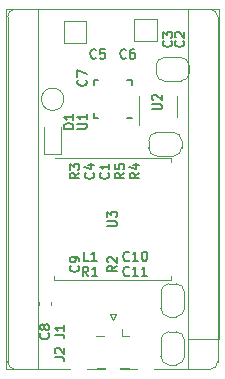
<source format=gbr>
%TF.GenerationSoftware,KiCad,Pcbnew,5.1.5+dfsg1-2~bpo10+1*%
%TF.CreationDate,Date%
%TF.ProjectId,ProMicro_GPS,50726f4d-6963-4726-9f5f-4750532e6b69,v3.1*%
%TF.SameCoordinates,Original*%
%TF.FileFunction,Legend,Top*%
%TF.FilePolarity,Positive*%
%FSLAX45Y45*%
G04 Gerber Fmt 4.5, Leading zero omitted, Abs format (unit mm)*
G04 Created by KiCad*
%MOMM*%
%LPD*%
G04 APERTURE LIST*
%ADD10C,0.100000*%
%ADD11C,0.120000*%
%ADD12C,0.150000*%
%ADD13C,0.200000*%
%ADD14O,1.600000X1.600000*%
%ADD15R,1.600000X1.600000*%
%ADD16C,0.600000*%
%ADD17R,0.650000X1.060000*%
%ADD18C,1.500000*%
%ADD19R,1.500000X1.500000*%
%ADD20R,1.050000X2.200000*%
%ADD21R,1.000000X1.050000*%
%ADD22R,1.270000X3.600000*%
%ADD23R,1.350000X4.200000*%
%ADD24R,1.800000X0.700000*%
%ADD25R,1.800000X0.800000*%
G04 APERTURE END LIST*
D10*
X127000Y2857500D02*
X127000Y-63500D01*
X-1587500Y-127000D02*
G75*
G02X-1651000Y-63500I0J63500D01*
G01*
X-1651000Y2857500D02*
G75*
G02X-1587500Y2921000I63500J0D01*
G01*
X63500Y2921000D02*
G75*
G02X127000Y2857500I0J-63500D01*
G01*
X127000Y-63500D02*
G75*
G02X63500Y-127000I-63500J0D01*
G01*
X-1587500Y2921000D02*
X63500Y2921000D01*
X-1651000Y-63500D02*
X-1651000Y2857500D01*
X63500Y-127000D02*
X-1587500Y-127000D01*
D11*
X140000Y127000D02*
X140000Y2921000D01*
X-1397000Y-127000D02*
X-1397000Y2921000D01*
X-127000Y127000D02*
X140000Y127000D01*
X-127000Y-127000D02*
X-127000Y2921000D01*
X140000Y2921000D02*
X-1664000Y2921000D01*
X-1664000Y2921000D02*
X-1664000Y-127000D01*
X-1664000Y-127000D02*
X-127000Y-127000D01*
X-542000Y2185500D02*
X-542000Y1940500D01*
X-220000Y2005500D02*
X-220000Y2185500D01*
X-1175000Y2159000D02*
G75*
G03X-1175000Y2159000I-95000J0D01*
G01*
X-324000Y2513000D02*
X-184000Y2513000D01*
X-114000Y2443000D02*
X-114000Y2383000D01*
X-184000Y2313000D02*
X-324000Y2313000D01*
X-394000Y2383000D02*
X-394000Y2443000D01*
X-394000Y2443000D02*
G75*
G02X-324000Y2513000I70000J0D01*
G01*
X-324000Y2313000D02*
G75*
G02X-394000Y2383000I0J70000D01*
G01*
X-114000Y2383000D02*
G75*
G02X-184000Y2313000I-70000J0D01*
G01*
X-184000Y2513000D02*
G75*
G02X-114000Y2443000I0J-70000D01*
G01*
X-154000Y527200D02*
X-154000Y387200D01*
X-224000Y317200D02*
X-284000Y317200D01*
X-354000Y387200D02*
X-354000Y527200D01*
X-284000Y597200D02*
X-224000Y597200D01*
X-224000Y597200D02*
G75*
G02X-154000Y527200I0J-70000D01*
G01*
X-354000Y527200D02*
G75*
G02X-284000Y597200I70000J0D01*
G01*
X-284000Y317200D02*
G75*
G02X-354000Y387200I0J70000D01*
G01*
X-154000Y387200D02*
G75*
G02X-224000Y317200I-70000J0D01*
G01*
X-247500Y1678000D02*
X-387500Y1678000D01*
X-457500Y1748000D02*
X-457500Y1808000D01*
X-387500Y1878000D02*
X-247500Y1878000D01*
X-177500Y1808000D02*
X-177500Y1748000D01*
X-177500Y1748000D02*
G75*
G02X-247500Y1678000I-70000J0D01*
G01*
X-247500Y1878000D02*
G75*
G02X-177500Y1808000I0J-70000D01*
G01*
X-457500Y1808000D02*
G75*
G02X-387500Y1878000I70000J0D01*
G01*
X-387500Y1678000D02*
G75*
G02X-457500Y1748000I0J70000D01*
G01*
X-387600Y2648200D02*
X-577600Y2648200D01*
X-387600Y2838200D02*
X-387600Y2648200D01*
X-577600Y2838200D02*
X-387600Y2838200D01*
X-577600Y2648200D02*
X-577600Y2838200D01*
X-1174500Y2635500D02*
X-1174500Y2825500D01*
X-984500Y2635500D02*
X-1174500Y2635500D01*
X-984500Y2825500D02*
X-984500Y2635500D01*
X-1174500Y2825500D02*
X-984500Y2825500D01*
D12*
X-602000Y1999000D02*
X-642000Y1999000D01*
X-922000Y1999000D02*
X-882000Y1999000D01*
X-922000Y1999000D02*
X-922000Y2039000D01*
X-922000Y2319000D02*
X-882000Y2319000D01*
X-922000Y2319000D02*
X-922000Y2279000D01*
X-602000Y2319000D02*
X-642000Y2319000D01*
X-602000Y2319000D02*
X-602000Y2279000D01*
D11*
X-154000Y120800D02*
X-154000Y-19200D01*
X-224000Y-89200D02*
X-284000Y-89200D01*
X-354000Y-19200D02*
X-354000Y120800D01*
X-284000Y190800D02*
X-224000Y190800D01*
X-224000Y190800D02*
G75*
G02X-154000Y120800I0J-70000D01*
G01*
X-354000Y120800D02*
G75*
G02X-284000Y190800I70000J0D01*
G01*
X-284000Y-89200D02*
G75*
G02X-354000Y-19200I0J70000D01*
G01*
X-154000Y-19200D02*
G75*
G02X-224000Y-89200I-70000J0D01*
G01*
X-627000Y-120000D02*
X-897000Y-120000D01*
X-686000Y152000D02*
X-686000Y215000D01*
X-902000Y152000D02*
X-838000Y152000D01*
X-622000Y152000D02*
X-686000Y152000D01*
X-1196500Y1693000D02*
X-1196500Y1921500D01*
X-1343500Y1693000D02*
X-1196500Y1693000D01*
X-1343500Y1921500D02*
X-1343500Y1693000D01*
X-1384500Y445528D02*
X-1384500Y412972D01*
X-1282500Y445528D02*
X-1282500Y412972D01*
X-762000Y289500D02*
X-737000Y339500D01*
X-737000Y339500D02*
X-787000Y339500D01*
X-787000Y339500D02*
X-762000Y289500D01*
X-1247000Y1659000D02*
X-266000Y1659000D01*
X-1258000Y627000D02*
X-266000Y627000D01*
X-266000Y661000D02*
X-266000Y627000D01*
X-1258000Y661000D02*
X-1258000Y627000D01*
X-266000Y1659000D02*
X-266000Y1625000D01*
D13*
X-662310Y1536067D02*
X-700405Y1509400D01*
X-662310Y1490352D02*
X-742310Y1490352D01*
X-742310Y1520829D01*
X-738500Y1528448D01*
X-734690Y1532257D01*
X-727071Y1536067D01*
X-715643Y1536067D01*
X-708024Y1532257D01*
X-704214Y1528448D01*
X-700405Y1520829D01*
X-700405Y1490352D01*
X-742310Y1608448D02*
X-742310Y1570352D01*
X-704214Y1566543D01*
X-708024Y1570352D01*
X-711833Y1577971D01*
X-711833Y1597019D01*
X-708024Y1604638D01*
X-704214Y1608448D01*
X-696595Y1612257D01*
X-677548Y1612257D01*
X-669929Y1608448D01*
X-666119Y1604638D01*
X-662310Y1597019D01*
X-662310Y1577971D01*
X-666119Y1570352D01*
X-669929Y1566543D01*
X-535310Y1536067D02*
X-573405Y1509400D01*
X-535310Y1490352D02*
X-615310Y1490352D01*
X-615310Y1520829D01*
X-611500Y1528448D01*
X-607691Y1532257D01*
X-600072Y1536067D01*
X-588643Y1536067D01*
X-581024Y1532257D01*
X-577214Y1528448D01*
X-573405Y1520829D01*
X-573405Y1490352D01*
X-588643Y1604638D02*
X-535310Y1604638D01*
X-619119Y1585590D02*
X-561976Y1566543D01*
X-561976Y1616067D01*
X-424810Y2072648D02*
X-360048Y2072648D01*
X-352429Y2076457D01*
X-348619Y2080267D01*
X-344810Y2087886D01*
X-344810Y2103124D01*
X-348619Y2110743D01*
X-352429Y2114552D01*
X-360048Y2118362D01*
X-424810Y2118362D01*
X-417190Y2152648D02*
X-421000Y2156457D01*
X-424810Y2164076D01*
X-424810Y2183124D01*
X-421000Y2190743D01*
X-417190Y2194552D01*
X-409571Y2198362D01*
X-401952Y2198362D01*
X-390524Y2194552D01*
X-344810Y2148838D01*
X-344810Y2198362D01*
X-263529Y2653667D02*
X-259719Y2649857D01*
X-255910Y2638429D01*
X-255910Y2630810D01*
X-259719Y2619381D01*
X-267338Y2611762D01*
X-274957Y2607952D01*
X-290195Y2604143D01*
X-301624Y2604143D01*
X-316862Y2607952D01*
X-324481Y2611762D01*
X-332100Y2619381D01*
X-335910Y2630810D01*
X-335910Y2638429D01*
X-332100Y2649857D01*
X-328291Y2653667D01*
X-335910Y2680333D02*
X-335910Y2729857D01*
X-305433Y2703191D01*
X-305433Y2714619D01*
X-301624Y2722238D01*
X-297814Y2726048D01*
X-290195Y2729857D01*
X-271148Y2729857D01*
X-263529Y2726048D01*
X-259719Y2722238D01*
X-255910Y2714619D01*
X-255910Y2691762D01*
X-259719Y2684143D01*
X-263529Y2680333D01*
X-161929Y2653667D02*
X-158119Y2649857D01*
X-154310Y2638429D01*
X-154310Y2630810D01*
X-158119Y2619381D01*
X-165738Y2611762D01*
X-173357Y2607952D01*
X-188595Y2604143D01*
X-200024Y2604143D01*
X-215262Y2607952D01*
X-222881Y2611762D01*
X-230500Y2619381D01*
X-234310Y2630810D01*
X-234310Y2638429D01*
X-230500Y2649857D01*
X-226690Y2653667D01*
X-226690Y2684143D02*
X-230500Y2687952D01*
X-234310Y2695572D01*
X-234310Y2714619D01*
X-230500Y2722238D01*
X-226690Y2726048D01*
X-219071Y2729857D01*
X-211452Y2729857D01*
X-200024Y2726048D01*
X-154310Y2680333D01*
X-154310Y2729857D01*
X-796929Y1536067D02*
X-793119Y1532257D01*
X-789310Y1520829D01*
X-789310Y1513210D01*
X-793119Y1501781D01*
X-800738Y1494162D01*
X-808357Y1490352D01*
X-823595Y1486543D01*
X-835024Y1486543D01*
X-850262Y1490352D01*
X-857881Y1494162D01*
X-865500Y1501781D01*
X-869310Y1513210D01*
X-869310Y1520829D01*
X-865500Y1532257D01*
X-861690Y1536067D01*
X-789310Y1612257D02*
X-789310Y1566543D01*
X-789310Y1589400D02*
X-869310Y1589400D01*
X-857881Y1581781D01*
X-850262Y1574162D01*
X-846452Y1566543D01*
X-923929Y1536067D02*
X-920119Y1532257D01*
X-916310Y1520829D01*
X-916310Y1513210D01*
X-920119Y1501781D01*
X-927738Y1494162D01*
X-935357Y1490352D01*
X-950595Y1486543D01*
X-962024Y1486543D01*
X-977262Y1490352D01*
X-984881Y1494162D01*
X-992500Y1501781D01*
X-996310Y1513210D01*
X-996310Y1520829D01*
X-992500Y1532257D01*
X-988690Y1536067D01*
X-969643Y1604638D02*
X-916310Y1604638D01*
X-1000119Y1585590D02*
X-942976Y1566543D01*
X-942976Y1616067D01*
X-987429Y2323467D02*
X-983619Y2319657D01*
X-979810Y2308229D01*
X-979810Y2300610D01*
X-983619Y2289181D01*
X-991238Y2281562D01*
X-998857Y2277752D01*
X-1014095Y2273943D01*
X-1025524Y2273943D01*
X-1040762Y2277752D01*
X-1048381Y2281562D01*
X-1056000Y2289181D01*
X-1059810Y2300610D01*
X-1059810Y2308229D01*
X-1056000Y2319657D01*
X-1052191Y2323467D01*
X-1059810Y2350133D02*
X-1059810Y2403467D01*
X-979810Y2369181D01*
X-1050929Y748667D02*
X-1047119Y744857D01*
X-1043310Y733429D01*
X-1043310Y725810D01*
X-1047119Y714381D01*
X-1054738Y706762D01*
X-1062357Y702952D01*
X-1077595Y699143D01*
X-1089024Y699143D01*
X-1104262Y702952D01*
X-1111881Y706762D01*
X-1119500Y714381D01*
X-1123310Y725810D01*
X-1123310Y733429D01*
X-1119500Y744857D01*
X-1115691Y748667D01*
X-1043310Y786762D02*
X-1043310Y802000D01*
X-1047119Y809619D01*
X-1050929Y813429D01*
X-1062357Y821048D01*
X-1077595Y824857D01*
X-1108072Y824857D01*
X-1115691Y821048D01*
X-1119500Y817238D01*
X-1123310Y809619D01*
X-1123310Y794381D01*
X-1119500Y786762D01*
X-1115691Y782952D01*
X-1108072Y779143D01*
X-1089024Y779143D01*
X-1081405Y782952D01*
X-1077595Y786762D01*
X-1073786Y794381D01*
X-1073786Y809619D01*
X-1077595Y817238D01*
X-1081405Y821048D01*
X-1089024Y824857D01*
X-648333Y2511429D02*
X-652143Y2507619D01*
X-663572Y2503810D01*
X-671191Y2503810D01*
X-682619Y2507619D01*
X-690238Y2515238D01*
X-694048Y2522857D01*
X-697857Y2538095D01*
X-697857Y2549524D01*
X-694048Y2564762D01*
X-690238Y2572381D01*
X-682619Y2580000D01*
X-671191Y2583810D01*
X-663572Y2583810D01*
X-652143Y2580000D01*
X-648333Y2576191D01*
X-579762Y2583810D02*
X-595000Y2583810D01*
X-602619Y2580000D01*
X-606429Y2576191D01*
X-614048Y2564762D01*
X-617857Y2549524D01*
X-617857Y2519048D01*
X-614048Y2511429D01*
X-610238Y2507619D01*
X-602619Y2503810D01*
X-587381Y2503810D01*
X-579762Y2507619D01*
X-575952Y2511429D01*
X-572143Y2519048D01*
X-572143Y2538095D01*
X-575952Y2545714D01*
X-579762Y2549524D01*
X-587381Y2553333D01*
X-602619Y2553333D01*
X-610238Y2549524D01*
X-614048Y2545714D01*
X-617857Y2538095D01*
X-902333Y2511429D02*
X-906143Y2507619D01*
X-917571Y2503810D01*
X-925190Y2503810D01*
X-936619Y2507619D01*
X-944238Y2515238D01*
X-948048Y2522857D01*
X-951857Y2538095D01*
X-951857Y2549524D01*
X-948048Y2564762D01*
X-944238Y2572381D01*
X-936619Y2580000D01*
X-925190Y2583810D01*
X-917571Y2583810D01*
X-906143Y2580000D01*
X-902333Y2576191D01*
X-829952Y2583810D02*
X-868048Y2583810D01*
X-871857Y2545714D01*
X-868048Y2549524D01*
X-860429Y2553333D01*
X-841381Y2553333D01*
X-833762Y2549524D01*
X-829952Y2545714D01*
X-826143Y2538095D01*
X-826143Y2519048D01*
X-829952Y2511429D01*
X-833762Y2507619D01*
X-841381Y2503810D01*
X-860429Y2503810D01*
X-868048Y2507619D01*
X-871857Y2511429D01*
X-1059810Y1907548D02*
X-995048Y1907548D01*
X-987429Y1911357D01*
X-983619Y1915167D01*
X-979810Y1922786D01*
X-979810Y1938024D01*
X-983619Y1945643D01*
X-987429Y1949452D01*
X-995048Y1953262D01*
X-1059810Y1953262D01*
X-979810Y2033262D02*
X-979810Y1987548D01*
X-979810Y2010405D02*
X-1059810Y2010405D01*
X-1048381Y2002786D01*
X-1040762Y1995167D01*
X-1036952Y1987548D01*
X-1250310Y163833D02*
X-1193167Y163833D01*
X-1181738Y160024D01*
X-1174119Y152405D01*
X-1170310Y140976D01*
X-1170310Y133357D01*
X-1170310Y243833D02*
X-1170310Y198119D01*
X-1170310Y220976D02*
X-1250310Y220976D01*
X-1238881Y213357D01*
X-1231262Y205738D01*
X-1227452Y198119D01*
X-1043310Y1536067D02*
X-1081405Y1509400D01*
X-1043310Y1490352D02*
X-1123310Y1490352D01*
X-1123310Y1520829D01*
X-1119500Y1528448D01*
X-1115691Y1532257D01*
X-1108072Y1536067D01*
X-1096643Y1536067D01*
X-1089024Y1532257D01*
X-1085214Y1528448D01*
X-1081405Y1520829D01*
X-1081405Y1490352D01*
X-1123310Y1562733D02*
X-1123310Y1612257D01*
X-1092833Y1585590D01*
X-1092833Y1597019D01*
X-1089024Y1604638D01*
X-1085214Y1608448D01*
X-1077595Y1612257D01*
X-1058548Y1612257D01*
X-1050929Y1608448D01*
X-1047119Y1604638D01*
X-1043310Y1597019D01*
X-1043310Y1574162D01*
X-1047119Y1566543D01*
X-1050929Y1562733D01*
X-1094110Y1909452D02*
X-1174110Y1909452D01*
X-1174110Y1928500D01*
X-1170300Y1939929D01*
X-1162681Y1947548D01*
X-1155062Y1951357D01*
X-1139824Y1955167D01*
X-1128395Y1955167D01*
X-1113157Y1951357D01*
X-1105538Y1947548D01*
X-1097919Y1939929D01*
X-1094110Y1928500D01*
X-1094110Y1909452D01*
X-1094110Y2031357D02*
X-1094110Y1985643D01*
X-1094110Y2008500D02*
X-1174110Y2008500D01*
X-1162681Y2000881D01*
X-1155062Y1993262D01*
X-1151252Y1985643D01*
X-1304929Y177167D02*
X-1301119Y173357D01*
X-1297310Y161929D01*
X-1297310Y154310D01*
X-1301119Y142881D01*
X-1308738Y135262D01*
X-1316357Y131452D01*
X-1331595Y127643D01*
X-1343024Y127643D01*
X-1358262Y131452D01*
X-1365881Y135262D01*
X-1373500Y142881D01*
X-1377310Y154310D01*
X-1377310Y161929D01*
X-1373500Y173357D01*
X-1369691Y177167D01*
X-1343024Y222881D02*
X-1346833Y215262D01*
X-1350643Y211452D01*
X-1358262Y207643D01*
X-1362072Y207643D01*
X-1369691Y211452D01*
X-1373500Y215262D01*
X-1377310Y222881D01*
X-1377310Y238119D01*
X-1373500Y245738D01*
X-1369691Y249548D01*
X-1362072Y253357D01*
X-1358262Y253357D01*
X-1350643Y249548D01*
X-1346833Y245738D01*
X-1343024Y238119D01*
X-1343024Y222881D01*
X-1339214Y215262D01*
X-1335405Y211452D01*
X-1327786Y207643D01*
X-1312548Y207643D01*
X-1304929Y211452D01*
X-1301119Y215262D01*
X-1297310Y222881D01*
X-1297310Y238119D01*
X-1301119Y245738D01*
X-1304929Y249548D01*
X-1312548Y253357D01*
X-1327786Y253357D01*
X-1335405Y249548D01*
X-1339214Y245738D01*
X-1343024Y238119D01*
X-968133Y662310D02*
X-994800Y700405D01*
X-1013848Y662310D02*
X-1013848Y742310D01*
X-983371Y742310D01*
X-975752Y738500D01*
X-971943Y734690D01*
X-968133Y727071D01*
X-968133Y715643D01*
X-971943Y708024D01*
X-975752Y704214D01*
X-983371Y700405D01*
X-1013848Y700405D01*
X-891943Y662310D02*
X-937657Y662310D01*
X-914800Y662310D02*
X-914800Y742310D01*
X-922419Y730881D01*
X-930038Y723262D01*
X-937657Y719452D01*
X-965833Y789310D02*
X-1003929Y789310D01*
X-1003929Y869310D01*
X-897262Y789310D02*
X-942976Y789310D01*
X-920119Y789310D02*
X-920119Y869310D01*
X-927738Y857881D01*
X-935357Y850262D01*
X-942976Y846452D01*
X-725810Y748667D02*
X-763905Y722000D01*
X-725810Y702952D02*
X-805810Y702952D01*
X-805810Y733429D01*
X-802000Y741048D01*
X-798190Y744857D01*
X-790571Y748667D01*
X-779143Y748667D01*
X-771524Y744857D01*
X-767714Y741048D01*
X-763905Y733429D01*
X-763905Y702952D01*
X-798190Y779143D02*
X-802000Y782952D01*
X-805810Y790571D01*
X-805810Y809619D01*
X-802000Y817238D01*
X-798190Y821048D01*
X-790571Y824857D01*
X-782952Y824857D01*
X-771524Y821048D01*
X-725810Y775333D01*
X-725810Y824857D01*
X-622929Y669929D02*
X-626738Y666119D01*
X-638167Y662310D01*
X-645786Y662310D01*
X-657214Y666119D01*
X-664833Y673738D01*
X-668643Y681357D01*
X-672452Y696595D01*
X-672452Y708024D01*
X-668643Y723262D01*
X-664833Y730881D01*
X-657214Y738500D01*
X-645786Y742310D01*
X-638167Y742310D01*
X-626738Y738500D01*
X-622929Y734690D01*
X-546738Y662310D02*
X-592452Y662310D01*
X-569595Y662310D02*
X-569595Y742310D01*
X-577214Y730881D01*
X-584833Y723262D01*
X-592452Y719452D01*
X-470548Y662310D02*
X-516262Y662310D01*
X-493405Y662310D02*
X-493405Y742310D01*
X-501024Y730881D01*
X-508643Y723262D01*
X-516262Y719452D01*
X-622929Y796929D02*
X-626738Y793119D01*
X-638167Y789310D01*
X-645786Y789310D01*
X-657214Y793119D01*
X-664833Y800738D01*
X-668643Y808357D01*
X-672452Y823595D01*
X-672452Y835024D01*
X-668643Y850262D01*
X-664833Y857881D01*
X-657214Y865500D01*
X-645786Y869310D01*
X-638167Y869310D01*
X-626738Y865500D01*
X-622929Y861690D01*
X-546738Y789310D02*
X-592452Y789310D01*
X-569595Y789310D02*
X-569595Y869310D01*
X-577214Y857881D01*
X-584833Y850262D01*
X-592452Y846452D01*
X-497214Y869310D02*
X-489595Y869310D01*
X-481976Y865500D01*
X-478167Y861690D01*
X-474357Y854071D01*
X-470548Y838833D01*
X-470548Y819786D01*
X-474357Y804548D01*
X-478167Y796929D01*
X-481976Y793119D01*
X-489595Y789310D01*
X-497214Y789310D01*
X-504833Y793119D01*
X-508643Y796929D01*
X-512452Y804548D01*
X-516262Y819786D01*
X-516262Y838833D01*
X-512452Y854071D01*
X-508643Y861690D01*
X-504833Y865500D01*
X-497214Y869310D01*
X-1250310Y-26667D02*
X-1193167Y-26667D01*
X-1181738Y-30476D01*
X-1174119Y-38095D01*
X-1170310Y-49524D01*
X-1170310Y-57143D01*
X-1242691Y7619D02*
X-1246500Y11429D01*
X-1250310Y19048D01*
X-1250310Y38095D01*
X-1246500Y45714D01*
X-1242691Y49524D01*
X-1235072Y53333D01*
X-1227452Y53333D01*
X-1216024Y49524D01*
X-1170310Y3810D01*
X-1170310Y53333D01*
X-805810Y1082048D02*
X-741048Y1082048D01*
X-733429Y1085857D01*
X-729619Y1089667D01*
X-725810Y1097286D01*
X-725810Y1112524D01*
X-729619Y1120143D01*
X-733429Y1123952D01*
X-741048Y1127762D01*
X-805810Y1127762D01*
X-805810Y1158238D02*
X-805810Y1207762D01*
X-775333Y1181095D01*
X-775333Y1192524D01*
X-771524Y1200143D01*
X-767714Y1203952D01*
X-760095Y1207762D01*
X-741048Y1207762D01*
X-733429Y1203952D01*
X-729619Y1200143D01*
X-725810Y1192524D01*
X-725810Y1169667D01*
X-729619Y1162048D01*
X-733429Y1158238D01*
%LPC*%
D12*
G36*
X-679804Y1855929D02*
G01*
X-678372Y1855717D01*
X-676968Y1855365D01*
X-675605Y1854877D01*
X-674297Y1854258D01*
X-673055Y1853514D01*
X-671893Y1852652D01*
X-670820Y1851680D01*
X-669848Y1850607D01*
X-668986Y1849445D01*
X-668242Y1848203D01*
X-667623Y1846895D01*
X-667135Y1845532D01*
X-666783Y1844128D01*
X-666571Y1842696D01*
X-666500Y1841250D01*
X-666500Y1811750D01*
X-666571Y1810304D01*
X-666783Y1808872D01*
X-667135Y1807468D01*
X-667623Y1806105D01*
X-668242Y1804797D01*
X-668986Y1803555D01*
X-669848Y1802393D01*
X-670820Y1801320D01*
X-671893Y1800348D01*
X-673055Y1799486D01*
X-674297Y1798742D01*
X-675605Y1798123D01*
X-676968Y1797635D01*
X-678372Y1797283D01*
X-679804Y1797071D01*
X-681250Y1797000D01*
X-715750Y1797000D01*
X-717196Y1797071D01*
X-718628Y1797283D01*
X-720032Y1797635D01*
X-721395Y1798123D01*
X-722703Y1798742D01*
X-723945Y1799486D01*
X-725107Y1800348D01*
X-726180Y1801320D01*
X-727152Y1802393D01*
X-728014Y1803555D01*
X-728758Y1804797D01*
X-729377Y1806105D01*
X-729865Y1807468D01*
X-730217Y1808872D01*
X-730429Y1810304D01*
X-730500Y1811750D01*
X-730500Y1841250D01*
X-730429Y1842696D01*
X-730217Y1844128D01*
X-729865Y1845532D01*
X-729377Y1846895D01*
X-728758Y1848203D01*
X-728014Y1849445D01*
X-727152Y1850607D01*
X-726180Y1851680D01*
X-725107Y1852652D01*
X-723945Y1853514D01*
X-722703Y1854258D01*
X-721395Y1854877D01*
X-720032Y1855365D01*
X-718628Y1855717D01*
X-717196Y1855929D01*
X-715750Y1856000D01*
X-681250Y1856000D01*
X-679804Y1855929D01*
G37*
G36*
X-679804Y1758929D02*
G01*
X-678372Y1758717D01*
X-676968Y1758365D01*
X-675605Y1757877D01*
X-674297Y1757258D01*
X-673055Y1756514D01*
X-671893Y1755652D01*
X-670820Y1754680D01*
X-669848Y1753607D01*
X-668986Y1752445D01*
X-668242Y1751203D01*
X-667623Y1749895D01*
X-667135Y1748532D01*
X-666783Y1747128D01*
X-666571Y1745696D01*
X-666500Y1744250D01*
X-666500Y1714750D01*
X-666571Y1713304D01*
X-666783Y1711872D01*
X-667135Y1710468D01*
X-667623Y1709105D01*
X-668242Y1707797D01*
X-668986Y1706555D01*
X-669848Y1705393D01*
X-670820Y1704320D01*
X-671893Y1703348D01*
X-673055Y1702486D01*
X-674297Y1701742D01*
X-675605Y1701123D01*
X-676968Y1700635D01*
X-678372Y1700283D01*
X-679804Y1700071D01*
X-681250Y1700000D01*
X-715750Y1700000D01*
X-717196Y1700071D01*
X-718628Y1700283D01*
X-720032Y1700635D01*
X-721395Y1701123D01*
X-722703Y1701742D01*
X-723945Y1702486D01*
X-725107Y1703348D01*
X-726180Y1704320D01*
X-727152Y1705393D01*
X-728014Y1706555D01*
X-728758Y1707797D01*
X-729377Y1709105D01*
X-729865Y1710468D01*
X-730217Y1711872D01*
X-730429Y1713304D01*
X-730500Y1714750D01*
X-730500Y1744250D01*
X-730429Y1745696D01*
X-730217Y1747128D01*
X-729865Y1748532D01*
X-729377Y1749895D01*
X-728758Y1751203D01*
X-728014Y1752445D01*
X-727152Y1753607D01*
X-726180Y1754680D01*
X-725107Y1755652D01*
X-723945Y1756514D01*
X-722703Y1757258D01*
X-721395Y1757877D01*
X-720032Y1758365D01*
X-718628Y1758717D01*
X-717196Y1758929D01*
X-715750Y1759000D01*
X-681250Y1759000D01*
X-679804Y1758929D01*
G37*
G36*
X-552804Y1855929D02*
G01*
X-551372Y1855717D01*
X-549968Y1855365D01*
X-548605Y1854877D01*
X-547297Y1854258D01*
X-546055Y1853514D01*
X-544893Y1852652D01*
X-543820Y1851680D01*
X-542848Y1850607D01*
X-541986Y1849445D01*
X-541242Y1848203D01*
X-540623Y1846895D01*
X-540135Y1845532D01*
X-539783Y1844128D01*
X-539571Y1842696D01*
X-539500Y1841250D01*
X-539500Y1811750D01*
X-539571Y1810304D01*
X-539783Y1808872D01*
X-540135Y1807468D01*
X-540623Y1806105D01*
X-541242Y1804797D01*
X-541986Y1803555D01*
X-542848Y1802393D01*
X-543820Y1801320D01*
X-544893Y1800348D01*
X-546055Y1799486D01*
X-547297Y1798742D01*
X-548605Y1798123D01*
X-549968Y1797635D01*
X-551372Y1797283D01*
X-552804Y1797071D01*
X-554250Y1797000D01*
X-588750Y1797000D01*
X-590196Y1797071D01*
X-591628Y1797283D01*
X-593032Y1797635D01*
X-594395Y1798123D01*
X-595703Y1798742D01*
X-596945Y1799486D01*
X-598107Y1800348D01*
X-599180Y1801320D01*
X-600152Y1802393D01*
X-601014Y1803555D01*
X-601758Y1804797D01*
X-602377Y1806105D01*
X-602865Y1807468D01*
X-603217Y1808872D01*
X-603429Y1810304D01*
X-603500Y1811750D01*
X-603500Y1841250D01*
X-603429Y1842696D01*
X-603217Y1844128D01*
X-602865Y1845532D01*
X-602377Y1846895D01*
X-601758Y1848203D01*
X-601014Y1849445D01*
X-600152Y1850607D01*
X-599180Y1851680D01*
X-598107Y1852652D01*
X-596945Y1853514D01*
X-595703Y1854258D01*
X-594395Y1854877D01*
X-593032Y1855365D01*
X-591628Y1855717D01*
X-590196Y1855929D01*
X-588750Y1856000D01*
X-554250Y1856000D01*
X-552804Y1855929D01*
G37*
G36*
X-552804Y1758929D02*
G01*
X-551372Y1758717D01*
X-549968Y1758365D01*
X-548605Y1757877D01*
X-547297Y1757258D01*
X-546055Y1756514D01*
X-544893Y1755652D01*
X-543820Y1754680D01*
X-542848Y1753607D01*
X-541986Y1752445D01*
X-541242Y1751203D01*
X-540623Y1749895D01*
X-540135Y1748532D01*
X-539783Y1747128D01*
X-539571Y1745696D01*
X-539500Y1744250D01*
X-539500Y1714750D01*
X-539571Y1713304D01*
X-539783Y1711872D01*
X-540135Y1710468D01*
X-540623Y1709105D01*
X-541242Y1707797D01*
X-541986Y1706555D01*
X-542848Y1705393D01*
X-543820Y1704320D01*
X-544893Y1703348D01*
X-546055Y1702486D01*
X-547297Y1701742D01*
X-548605Y1701123D01*
X-549968Y1700635D01*
X-551372Y1700283D01*
X-552804Y1700071D01*
X-554250Y1700000D01*
X-588750Y1700000D01*
X-590196Y1700071D01*
X-591628Y1700283D01*
X-593032Y1700635D01*
X-594395Y1701123D01*
X-595703Y1701742D01*
X-596945Y1702486D01*
X-598107Y1703348D01*
X-599180Y1704320D01*
X-600152Y1705393D01*
X-601014Y1706555D01*
X-601758Y1707797D01*
X-602377Y1709105D01*
X-602865Y1710468D01*
X-603217Y1711872D01*
X-603429Y1713304D01*
X-603500Y1714750D01*
X-603500Y1744250D01*
X-603429Y1745696D01*
X-603217Y1747128D01*
X-602865Y1748532D01*
X-602377Y1749895D01*
X-601758Y1751203D01*
X-601014Y1752445D01*
X-600152Y1753607D01*
X-599180Y1754680D01*
X-598107Y1755652D01*
X-596945Y1756514D01*
X-595703Y1757258D01*
X-594395Y1757877D01*
X-593032Y1758365D01*
X-591628Y1758717D01*
X-590196Y1758929D01*
X-588750Y1759000D01*
X-554250Y1759000D01*
X-552804Y1758929D01*
G37*
D14*
X-1524000Y0D03*
X-1524000Y254000D03*
X-1524000Y508000D03*
X0Y2794000D03*
X-1524000Y762000D03*
X0Y2540000D03*
X-1524000Y1016000D03*
X0Y2286000D03*
X-1524000Y1270000D03*
X0Y2032000D03*
X-1524000Y1524000D03*
X0Y1778000D03*
X-1524000Y1778000D03*
X0Y1524000D03*
X-1524000Y2032000D03*
X0Y1270000D03*
X-1524000Y2286000D03*
X0Y1016000D03*
X-1524000Y2540000D03*
X0Y762000D03*
X-1524000Y2794000D03*
X0Y508000D03*
X0Y254000D03*
D15*
X0Y0D03*
D16*
X-762000Y2730500D03*
D17*
X-476000Y2205500D03*
X-286000Y2205500D03*
X-286000Y1985500D03*
X-381000Y1985500D03*
X-476000Y1985500D03*
D12*
G36*
X-463904Y2465529D02*
G01*
X-462472Y2465317D01*
X-461068Y2464965D01*
X-459705Y2464477D01*
X-458397Y2463858D01*
X-457155Y2463114D01*
X-455993Y2462252D01*
X-454920Y2461280D01*
X-453948Y2460207D01*
X-453086Y2459045D01*
X-452342Y2457803D01*
X-451723Y2456495D01*
X-451235Y2455132D01*
X-450883Y2453728D01*
X-450671Y2452296D01*
X-450600Y2450850D01*
X-450600Y2421350D01*
X-450671Y2419904D01*
X-450883Y2418472D01*
X-451235Y2417068D01*
X-451723Y2415705D01*
X-452342Y2414397D01*
X-453086Y2413155D01*
X-453948Y2411993D01*
X-454920Y2410920D01*
X-455993Y2409948D01*
X-457155Y2409086D01*
X-458397Y2408342D01*
X-459705Y2407723D01*
X-461068Y2407235D01*
X-462472Y2406883D01*
X-463904Y2406671D01*
X-465350Y2406600D01*
X-499850Y2406600D01*
X-501296Y2406671D01*
X-502728Y2406883D01*
X-504132Y2407235D01*
X-505495Y2407723D01*
X-506803Y2408342D01*
X-508045Y2409086D01*
X-509207Y2409948D01*
X-510280Y2410920D01*
X-511252Y2411993D01*
X-512114Y2413155D01*
X-512858Y2414397D01*
X-513477Y2415705D01*
X-513965Y2417068D01*
X-514317Y2418472D01*
X-514529Y2419904D01*
X-514600Y2421350D01*
X-514600Y2450850D01*
X-514529Y2452296D01*
X-514317Y2453728D01*
X-513965Y2455132D01*
X-513477Y2456495D01*
X-512858Y2457803D01*
X-512114Y2459045D01*
X-511252Y2460207D01*
X-510280Y2461280D01*
X-509207Y2462252D01*
X-508045Y2463114D01*
X-506803Y2463858D01*
X-505495Y2464477D01*
X-504132Y2464965D01*
X-502728Y2465317D01*
X-501296Y2465529D01*
X-499850Y2465600D01*
X-465350Y2465600D01*
X-463904Y2465529D01*
G37*
G36*
X-463904Y2368529D02*
G01*
X-462472Y2368317D01*
X-461068Y2367965D01*
X-459705Y2367477D01*
X-458397Y2366858D01*
X-457155Y2366114D01*
X-455993Y2365252D01*
X-454920Y2364280D01*
X-453948Y2363207D01*
X-453086Y2362045D01*
X-452342Y2360803D01*
X-451723Y2359495D01*
X-451235Y2358132D01*
X-450883Y2356728D01*
X-450671Y2355296D01*
X-450600Y2353850D01*
X-450600Y2324350D01*
X-450671Y2322904D01*
X-450883Y2321472D01*
X-451235Y2320068D01*
X-451723Y2318705D01*
X-452342Y2317397D01*
X-453086Y2316155D01*
X-453948Y2314993D01*
X-454920Y2313920D01*
X-455993Y2312948D01*
X-457155Y2312086D01*
X-458397Y2311342D01*
X-459705Y2310723D01*
X-461068Y2310235D01*
X-462472Y2309883D01*
X-463904Y2309671D01*
X-465350Y2309600D01*
X-499850Y2309600D01*
X-501296Y2309671D01*
X-502728Y2309883D01*
X-504132Y2310235D01*
X-505495Y2310723D01*
X-506803Y2311342D01*
X-508045Y2312086D01*
X-509207Y2312948D01*
X-510280Y2313920D01*
X-511252Y2314993D01*
X-512114Y2316155D01*
X-512858Y2317397D01*
X-513477Y2318705D01*
X-513965Y2320068D01*
X-514317Y2321472D01*
X-514529Y2322904D01*
X-514600Y2324350D01*
X-514600Y2353850D01*
X-514529Y2355296D01*
X-514317Y2356728D01*
X-513965Y2358132D01*
X-513477Y2359495D01*
X-512858Y2360803D01*
X-512114Y2362045D01*
X-511252Y2363207D01*
X-510280Y2364280D01*
X-509207Y2365252D01*
X-508045Y2366114D01*
X-506803Y2366858D01*
X-505495Y2367477D01*
X-504132Y2367965D01*
X-502728Y2368317D01*
X-501296Y2368529D01*
X-499850Y2368600D01*
X-465350Y2368600D01*
X-463904Y2368529D01*
G37*
G36*
X-133704Y2236929D02*
G01*
X-132272Y2236717D01*
X-130868Y2236365D01*
X-129505Y2235877D01*
X-128197Y2235258D01*
X-126955Y2234514D01*
X-125793Y2233652D01*
X-124720Y2232680D01*
X-123748Y2231607D01*
X-122886Y2230445D01*
X-122142Y2229203D01*
X-121523Y2227895D01*
X-121035Y2226532D01*
X-120683Y2225128D01*
X-120471Y2223696D01*
X-120400Y2222250D01*
X-120400Y2192750D01*
X-120471Y2191304D01*
X-120683Y2189872D01*
X-121035Y2188468D01*
X-121523Y2187105D01*
X-122142Y2185797D01*
X-122886Y2184555D01*
X-123748Y2183393D01*
X-124720Y2182320D01*
X-125793Y2181348D01*
X-126955Y2180486D01*
X-128197Y2179742D01*
X-129505Y2179123D01*
X-130868Y2178635D01*
X-132272Y2178283D01*
X-133704Y2178071D01*
X-135150Y2178000D01*
X-169650Y2178000D01*
X-171096Y2178071D01*
X-172528Y2178283D01*
X-173932Y2178635D01*
X-175295Y2179123D01*
X-176603Y2179742D01*
X-177845Y2180486D01*
X-179007Y2181348D01*
X-180080Y2182320D01*
X-181052Y2183393D01*
X-181914Y2184555D01*
X-182658Y2185797D01*
X-183277Y2187105D01*
X-183765Y2188468D01*
X-184117Y2189872D01*
X-184329Y2191304D01*
X-184400Y2192750D01*
X-184400Y2222250D01*
X-184329Y2223696D01*
X-184117Y2225128D01*
X-183765Y2226532D01*
X-183277Y2227895D01*
X-182658Y2229203D01*
X-181914Y2230445D01*
X-181052Y2231607D01*
X-180080Y2232680D01*
X-179007Y2233652D01*
X-177845Y2234514D01*
X-176603Y2235258D01*
X-175295Y2235877D01*
X-173932Y2236365D01*
X-172528Y2236717D01*
X-171096Y2236929D01*
X-169650Y2237000D01*
X-135150Y2237000D01*
X-133704Y2236929D01*
G37*
G36*
X-133704Y2139929D02*
G01*
X-132272Y2139717D01*
X-130868Y2139365D01*
X-129505Y2138877D01*
X-128197Y2138258D01*
X-126955Y2137514D01*
X-125793Y2136652D01*
X-124720Y2135680D01*
X-123748Y2134607D01*
X-122886Y2133445D01*
X-122142Y2132203D01*
X-121523Y2130895D01*
X-121035Y2129532D01*
X-120683Y2128128D01*
X-120471Y2126696D01*
X-120400Y2125250D01*
X-120400Y2095750D01*
X-120471Y2094304D01*
X-120683Y2092872D01*
X-121035Y2091468D01*
X-121523Y2090105D01*
X-122142Y2088797D01*
X-122886Y2087555D01*
X-123748Y2086393D01*
X-124720Y2085320D01*
X-125793Y2084348D01*
X-126955Y2083486D01*
X-128197Y2082742D01*
X-129505Y2082123D01*
X-130868Y2081635D01*
X-132272Y2081283D01*
X-133704Y2081071D01*
X-135150Y2081000D01*
X-169650Y2081000D01*
X-171096Y2081071D01*
X-172528Y2081283D01*
X-173932Y2081635D01*
X-175295Y2082123D01*
X-176603Y2082742D01*
X-177845Y2083486D01*
X-179007Y2084348D01*
X-180080Y2085320D01*
X-181052Y2086393D01*
X-181914Y2087555D01*
X-182658Y2088797D01*
X-183277Y2090105D01*
X-183765Y2091468D01*
X-184117Y2092872D01*
X-184329Y2094304D01*
X-184400Y2095750D01*
X-184400Y2125250D01*
X-184329Y2126696D01*
X-184117Y2128128D01*
X-183765Y2129532D01*
X-183277Y2130895D01*
X-182658Y2132203D01*
X-181914Y2133445D01*
X-181052Y2134607D01*
X-180080Y2135680D01*
X-179007Y2136652D01*
X-177845Y2137514D01*
X-176603Y2138258D01*
X-175295Y2138877D01*
X-173932Y2139365D01*
X-172528Y2139717D01*
X-171096Y2139929D01*
X-169650Y2140000D01*
X-135150Y2140000D01*
X-133704Y2139929D01*
G37*
G36*
X-806804Y1758929D02*
G01*
X-805372Y1758717D01*
X-803968Y1758365D01*
X-802605Y1757877D01*
X-801297Y1757258D01*
X-800055Y1756514D01*
X-798893Y1755652D01*
X-797820Y1754680D01*
X-796848Y1753607D01*
X-795986Y1752445D01*
X-795242Y1751203D01*
X-794623Y1749895D01*
X-794135Y1748532D01*
X-793783Y1747128D01*
X-793571Y1745696D01*
X-793500Y1744250D01*
X-793500Y1714750D01*
X-793571Y1713304D01*
X-793783Y1711872D01*
X-794135Y1710468D01*
X-794623Y1709105D01*
X-795242Y1707797D01*
X-795986Y1706555D01*
X-796848Y1705393D01*
X-797820Y1704320D01*
X-798893Y1703348D01*
X-800055Y1702486D01*
X-801297Y1701742D01*
X-802605Y1701123D01*
X-803968Y1700635D01*
X-805372Y1700283D01*
X-806804Y1700071D01*
X-808250Y1700000D01*
X-842750Y1700000D01*
X-844196Y1700071D01*
X-845628Y1700283D01*
X-847032Y1700635D01*
X-848395Y1701123D01*
X-849703Y1701742D01*
X-850945Y1702486D01*
X-852107Y1703348D01*
X-853180Y1704320D01*
X-854152Y1705393D01*
X-855014Y1706555D01*
X-855758Y1707797D01*
X-856377Y1709105D01*
X-856865Y1710468D01*
X-857217Y1711872D01*
X-857429Y1713304D01*
X-857500Y1714750D01*
X-857500Y1744250D01*
X-857429Y1745696D01*
X-857217Y1747128D01*
X-856865Y1748532D01*
X-856377Y1749895D01*
X-855758Y1751203D01*
X-855014Y1752445D01*
X-854152Y1753607D01*
X-853180Y1754680D01*
X-852107Y1755652D01*
X-850945Y1756514D01*
X-849703Y1757258D01*
X-848395Y1757877D01*
X-847032Y1758365D01*
X-845628Y1758717D01*
X-844196Y1758929D01*
X-842750Y1759000D01*
X-808250Y1759000D01*
X-806804Y1758929D01*
G37*
G36*
X-806804Y1855929D02*
G01*
X-805372Y1855717D01*
X-803968Y1855365D01*
X-802605Y1854877D01*
X-801297Y1854258D01*
X-800055Y1853514D01*
X-798893Y1852652D01*
X-797820Y1851680D01*
X-796848Y1850607D01*
X-795986Y1849445D01*
X-795242Y1848203D01*
X-794623Y1846895D01*
X-794135Y1845532D01*
X-793783Y1844128D01*
X-793571Y1842696D01*
X-793500Y1841250D01*
X-793500Y1811750D01*
X-793571Y1810304D01*
X-793783Y1808872D01*
X-794135Y1807468D01*
X-794623Y1806105D01*
X-795242Y1804797D01*
X-795986Y1803555D01*
X-796848Y1802393D01*
X-797820Y1801320D01*
X-798893Y1800348D01*
X-800055Y1799486D01*
X-801297Y1798742D01*
X-802605Y1798123D01*
X-803968Y1797635D01*
X-805372Y1797283D01*
X-806804Y1797071D01*
X-808250Y1797000D01*
X-842750Y1797000D01*
X-844196Y1797071D01*
X-845628Y1797283D01*
X-847032Y1797635D01*
X-848395Y1798123D01*
X-849703Y1798742D01*
X-850945Y1799486D01*
X-852107Y1800348D01*
X-853180Y1801320D01*
X-854152Y1802393D01*
X-855014Y1803555D01*
X-855758Y1804797D01*
X-856377Y1806105D01*
X-856865Y1807468D01*
X-857217Y1808872D01*
X-857429Y1810304D01*
X-857500Y1811750D01*
X-857500Y1841250D01*
X-857429Y1842696D01*
X-857217Y1844128D01*
X-856865Y1845532D01*
X-856377Y1846895D01*
X-855758Y1848203D01*
X-855014Y1849445D01*
X-854152Y1850607D01*
X-853180Y1851680D01*
X-852107Y1852652D01*
X-850945Y1853514D01*
X-849703Y1854258D01*
X-848395Y1854877D01*
X-847032Y1855365D01*
X-845628Y1855717D01*
X-844196Y1855929D01*
X-842750Y1856000D01*
X-808250Y1856000D01*
X-806804Y1855929D01*
G37*
D18*
X-1270000Y2159000D03*
D12*
G36*
X-189000Y2487940D02*
G01*
X-186547Y2487940D01*
X-181663Y2487459D01*
X-176851Y2486502D01*
X-172156Y2485077D01*
X-167622Y2483200D01*
X-163295Y2480886D01*
X-159215Y2478160D01*
X-155422Y2475048D01*
X-151952Y2471578D01*
X-148840Y2467785D01*
X-146114Y2463705D01*
X-143801Y2459378D01*
X-141923Y2454845D01*
X-140498Y2450149D01*
X-139541Y2445337D01*
X-139060Y2440453D01*
X-139060Y2438000D01*
X-139000Y2438000D01*
X-139000Y2388000D01*
X-139060Y2388000D01*
X-139060Y2385547D01*
X-139541Y2380664D01*
X-140498Y2375851D01*
X-141923Y2371156D01*
X-143801Y2366622D01*
X-146114Y2362295D01*
X-148840Y2358215D01*
X-151952Y2354422D01*
X-155422Y2350952D01*
X-159215Y2347840D01*
X-163295Y2345114D01*
X-167622Y2342801D01*
X-172156Y2340923D01*
X-176851Y2339498D01*
X-181663Y2338541D01*
X-186547Y2338060D01*
X-189000Y2338060D01*
X-189000Y2338000D01*
X-239000Y2338000D01*
X-239000Y2488000D01*
X-189000Y2488000D01*
X-189000Y2487940D01*
G37*
G36*
X-269000Y2338000D02*
G01*
X-319000Y2338000D01*
X-319000Y2338060D01*
X-321453Y2338060D01*
X-326337Y2338541D01*
X-331149Y2339498D01*
X-335845Y2340923D01*
X-340378Y2342801D01*
X-344705Y2345114D01*
X-348785Y2347840D01*
X-352578Y2350952D01*
X-356048Y2354422D01*
X-359160Y2358215D01*
X-361886Y2362295D01*
X-364199Y2366622D01*
X-366077Y2371156D01*
X-367502Y2375851D01*
X-368459Y2380664D01*
X-368940Y2385547D01*
X-368940Y2388000D01*
X-369000Y2388000D01*
X-369000Y2438000D01*
X-368940Y2438000D01*
X-368940Y2440453D01*
X-368459Y2445337D01*
X-367502Y2450149D01*
X-366077Y2454845D01*
X-364199Y2459378D01*
X-361886Y2463705D01*
X-359160Y2467785D01*
X-356048Y2471578D01*
X-352578Y2475048D01*
X-348785Y2478160D01*
X-344705Y2480886D01*
X-340378Y2483200D01*
X-335845Y2485077D01*
X-331149Y2486502D01*
X-326337Y2487459D01*
X-321453Y2487940D01*
X-319000Y2487940D01*
X-319000Y2488000D01*
X-269000Y2488000D01*
X-269000Y2338000D01*
G37*
G36*
X-329000Y472200D02*
G01*
X-329000Y522200D01*
X-328940Y522200D01*
X-328940Y524653D01*
X-328459Y529537D01*
X-327502Y534349D01*
X-326077Y539045D01*
X-324200Y543578D01*
X-321886Y547905D01*
X-319160Y551985D01*
X-316048Y555778D01*
X-312578Y559248D01*
X-308785Y562360D01*
X-304705Y565086D01*
X-300378Y567400D01*
X-295845Y569277D01*
X-291149Y570702D01*
X-286337Y571659D01*
X-281453Y572140D01*
X-279000Y572140D01*
X-279000Y572200D01*
X-229000Y572200D01*
X-229000Y572140D01*
X-226547Y572140D01*
X-221663Y571659D01*
X-216851Y570702D01*
X-212155Y569277D01*
X-207622Y567400D01*
X-203295Y565086D01*
X-199215Y562360D01*
X-195422Y559248D01*
X-191952Y555778D01*
X-188840Y551985D01*
X-186114Y547905D01*
X-183800Y543578D01*
X-181923Y539045D01*
X-180498Y534349D01*
X-179541Y529537D01*
X-179060Y524653D01*
X-179060Y522200D01*
X-179000Y522200D01*
X-179000Y472200D01*
X-329000Y472200D01*
G37*
G36*
X-179060Y392200D02*
G01*
X-179060Y389747D01*
X-179541Y384863D01*
X-180498Y380051D01*
X-181923Y375355D01*
X-183800Y370822D01*
X-186114Y366495D01*
X-188840Y362415D01*
X-191952Y358622D01*
X-195422Y355152D01*
X-199215Y352040D01*
X-203295Y349314D01*
X-207622Y347001D01*
X-212155Y345123D01*
X-216851Y343698D01*
X-221663Y342741D01*
X-226547Y342260D01*
X-229000Y342260D01*
X-229000Y342200D01*
X-279000Y342200D01*
X-279000Y342260D01*
X-281453Y342260D01*
X-286337Y342741D01*
X-291149Y343698D01*
X-295845Y345123D01*
X-300378Y347001D01*
X-304705Y349314D01*
X-308785Y352040D01*
X-312578Y355152D01*
X-316048Y358622D01*
X-319160Y362415D01*
X-321886Y366495D01*
X-324200Y370822D01*
X-326077Y375355D01*
X-327502Y380051D01*
X-328459Y384863D01*
X-328940Y389747D01*
X-328940Y392200D01*
X-329000Y392200D01*
X-329000Y442200D01*
X-179000Y442200D01*
X-179000Y392200D01*
X-179060Y392200D01*
G37*
G36*
X-933804Y1758929D02*
G01*
X-932372Y1758717D01*
X-930968Y1758365D01*
X-929605Y1757877D01*
X-928297Y1757258D01*
X-927055Y1756514D01*
X-925893Y1755652D01*
X-924820Y1754680D01*
X-923848Y1753607D01*
X-922986Y1752445D01*
X-922242Y1751203D01*
X-921623Y1749895D01*
X-921135Y1748532D01*
X-920783Y1747128D01*
X-920571Y1745696D01*
X-920500Y1744250D01*
X-920500Y1714750D01*
X-920571Y1713304D01*
X-920783Y1711872D01*
X-921135Y1710468D01*
X-921623Y1709105D01*
X-922242Y1707797D01*
X-922986Y1706555D01*
X-923848Y1705393D01*
X-924820Y1704320D01*
X-925893Y1703348D01*
X-927055Y1702486D01*
X-928297Y1701742D01*
X-929605Y1701123D01*
X-930968Y1700635D01*
X-932372Y1700283D01*
X-933804Y1700071D01*
X-935250Y1700000D01*
X-969750Y1700000D01*
X-971196Y1700071D01*
X-972628Y1700283D01*
X-974032Y1700635D01*
X-975395Y1701123D01*
X-976703Y1701742D01*
X-977945Y1702486D01*
X-979107Y1703348D01*
X-980180Y1704320D01*
X-981152Y1705393D01*
X-982014Y1706555D01*
X-982758Y1707797D01*
X-983377Y1709105D01*
X-983865Y1710468D01*
X-984217Y1711872D01*
X-984429Y1713304D01*
X-984500Y1714750D01*
X-984500Y1744250D01*
X-984429Y1745696D01*
X-984217Y1747128D01*
X-983865Y1748532D01*
X-983377Y1749895D01*
X-982758Y1751203D01*
X-982014Y1752445D01*
X-981152Y1753607D01*
X-980180Y1754680D01*
X-979107Y1755652D01*
X-977945Y1756514D01*
X-976703Y1757258D01*
X-975395Y1757877D01*
X-974032Y1758365D01*
X-972628Y1758717D01*
X-971196Y1758929D01*
X-969750Y1759000D01*
X-935250Y1759000D01*
X-933804Y1758929D01*
G37*
G36*
X-933804Y1855929D02*
G01*
X-932372Y1855717D01*
X-930968Y1855365D01*
X-929605Y1854877D01*
X-928297Y1854258D01*
X-927055Y1853514D01*
X-925893Y1852652D01*
X-924820Y1851680D01*
X-923848Y1850607D01*
X-922986Y1849445D01*
X-922242Y1848203D01*
X-921623Y1846895D01*
X-921135Y1845532D01*
X-920783Y1844128D01*
X-920571Y1842696D01*
X-920500Y1841250D01*
X-920500Y1811750D01*
X-920571Y1810304D01*
X-920783Y1808872D01*
X-921135Y1807468D01*
X-921623Y1806105D01*
X-922242Y1804797D01*
X-922986Y1803555D01*
X-923848Y1802393D01*
X-924820Y1801320D01*
X-925893Y1800348D01*
X-927055Y1799486D01*
X-928297Y1798742D01*
X-929605Y1798123D01*
X-930968Y1797635D01*
X-932372Y1797283D01*
X-933804Y1797071D01*
X-935250Y1797000D01*
X-969750Y1797000D01*
X-971196Y1797071D01*
X-972628Y1797283D01*
X-974032Y1797635D01*
X-975395Y1798123D01*
X-976703Y1798742D01*
X-977945Y1799486D01*
X-979107Y1800348D01*
X-980180Y1801320D01*
X-981152Y1802393D01*
X-982014Y1803555D01*
X-982758Y1804797D01*
X-983377Y1806105D01*
X-983865Y1807468D01*
X-984217Y1808872D01*
X-984429Y1810304D01*
X-984500Y1811750D01*
X-984500Y1841250D01*
X-984429Y1842696D01*
X-984217Y1844128D01*
X-983865Y1845532D01*
X-983377Y1846895D01*
X-982758Y1848203D01*
X-982014Y1849445D01*
X-981152Y1850607D01*
X-980180Y1851680D01*
X-979107Y1852652D01*
X-977945Y1853514D01*
X-976703Y1854258D01*
X-975395Y1854877D01*
X-974032Y1855365D01*
X-972628Y1855717D01*
X-971196Y1855929D01*
X-969750Y1856000D01*
X-935250Y1856000D01*
X-933804Y1855929D01*
G37*
G36*
X-997304Y2139929D02*
G01*
X-995872Y2139717D01*
X-994468Y2139365D01*
X-993105Y2138877D01*
X-991797Y2138258D01*
X-990555Y2137514D01*
X-989393Y2136652D01*
X-988320Y2135680D01*
X-987348Y2134607D01*
X-986486Y2133445D01*
X-985742Y2132203D01*
X-985123Y2130895D01*
X-984635Y2129532D01*
X-984283Y2128128D01*
X-984071Y2126696D01*
X-984000Y2125250D01*
X-984000Y2095750D01*
X-984071Y2094304D01*
X-984283Y2092872D01*
X-984635Y2091468D01*
X-985123Y2090105D01*
X-985742Y2088797D01*
X-986486Y2087555D01*
X-987348Y2086393D01*
X-988320Y2085320D01*
X-989393Y2084348D01*
X-990555Y2083486D01*
X-991797Y2082742D01*
X-993105Y2082123D01*
X-994468Y2081635D01*
X-995872Y2081283D01*
X-997304Y2081071D01*
X-998750Y2081000D01*
X-1033250Y2081000D01*
X-1034696Y2081071D01*
X-1036128Y2081283D01*
X-1037532Y2081635D01*
X-1038895Y2082123D01*
X-1040203Y2082742D01*
X-1041445Y2083486D01*
X-1042607Y2084348D01*
X-1043680Y2085320D01*
X-1044652Y2086393D01*
X-1045514Y2087555D01*
X-1046258Y2088797D01*
X-1046877Y2090105D01*
X-1047365Y2091468D01*
X-1047717Y2092872D01*
X-1047929Y2094304D01*
X-1048000Y2095750D01*
X-1048000Y2125250D01*
X-1047929Y2126696D01*
X-1047717Y2128128D01*
X-1047365Y2129532D01*
X-1046877Y2130895D01*
X-1046258Y2132203D01*
X-1045514Y2133445D01*
X-1044652Y2134607D01*
X-1043680Y2135680D01*
X-1042607Y2136652D01*
X-1041445Y2137514D01*
X-1040203Y2138258D01*
X-1038895Y2138877D01*
X-1037532Y2139365D01*
X-1036128Y2139717D01*
X-1034696Y2139929D01*
X-1033250Y2140000D01*
X-998750Y2140000D01*
X-997304Y2139929D01*
G37*
G36*
X-997304Y2236929D02*
G01*
X-995872Y2236717D01*
X-994468Y2236365D01*
X-993105Y2235877D01*
X-991797Y2235258D01*
X-990555Y2234514D01*
X-989393Y2233652D01*
X-988320Y2232680D01*
X-987348Y2231607D01*
X-986486Y2230445D01*
X-985742Y2229203D01*
X-985123Y2227895D01*
X-984635Y2226532D01*
X-984283Y2225128D01*
X-984071Y2223696D01*
X-984000Y2222250D01*
X-984000Y2192750D01*
X-984071Y2191304D01*
X-984283Y2189872D01*
X-984635Y2188468D01*
X-985123Y2187105D01*
X-985742Y2185797D01*
X-986486Y2184555D01*
X-987348Y2183393D01*
X-988320Y2182320D01*
X-989393Y2181348D01*
X-990555Y2180486D01*
X-991797Y2179742D01*
X-993105Y2179123D01*
X-994468Y2178635D01*
X-995872Y2178283D01*
X-997304Y2178071D01*
X-998750Y2178000D01*
X-1033250Y2178000D01*
X-1034696Y2178071D01*
X-1036128Y2178283D01*
X-1037532Y2178635D01*
X-1038895Y2179123D01*
X-1040203Y2179742D01*
X-1041445Y2180486D01*
X-1042607Y2181348D01*
X-1043680Y2182320D01*
X-1044652Y2183393D01*
X-1045514Y2184555D01*
X-1046258Y2185797D01*
X-1046877Y2187105D01*
X-1047365Y2188468D01*
X-1047717Y2189872D01*
X-1047929Y2191304D01*
X-1048000Y2192750D01*
X-1048000Y2222250D01*
X-1047929Y2223696D01*
X-1047717Y2225128D01*
X-1047365Y2226532D01*
X-1046877Y2227895D01*
X-1046258Y2229203D01*
X-1045514Y2230445D01*
X-1044652Y2231607D01*
X-1043680Y2232680D01*
X-1042607Y2233652D01*
X-1041445Y2234514D01*
X-1040203Y2235258D01*
X-1038895Y2235877D01*
X-1037532Y2236365D01*
X-1036128Y2236717D01*
X-1034696Y2236929D01*
X-1033250Y2237000D01*
X-998750Y2237000D01*
X-997304Y2236929D01*
G37*
G36*
X-1111604Y440429D02*
G01*
X-1110172Y440217D01*
X-1108768Y439865D01*
X-1107405Y439377D01*
X-1106097Y438758D01*
X-1104855Y438014D01*
X-1103693Y437152D01*
X-1102620Y436180D01*
X-1101648Y435107D01*
X-1100786Y433945D01*
X-1100042Y432703D01*
X-1099423Y431395D01*
X-1098935Y430032D01*
X-1098583Y428628D01*
X-1098371Y427196D01*
X-1098300Y425750D01*
X-1098300Y396250D01*
X-1098371Y394804D01*
X-1098583Y393372D01*
X-1098935Y391968D01*
X-1099423Y390605D01*
X-1100042Y389297D01*
X-1100786Y388055D01*
X-1101648Y386893D01*
X-1102620Y385820D01*
X-1103693Y384848D01*
X-1104855Y383986D01*
X-1106097Y383242D01*
X-1107405Y382623D01*
X-1108768Y382135D01*
X-1110172Y381783D01*
X-1111604Y381571D01*
X-1113050Y381500D01*
X-1147550Y381500D01*
X-1148996Y381571D01*
X-1150428Y381783D01*
X-1151832Y382135D01*
X-1153195Y382623D01*
X-1154503Y383242D01*
X-1155745Y383986D01*
X-1156907Y384848D01*
X-1157980Y385820D01*
X-1158952Y386893D01*
X-1159814Y388055D01*
X-1160558Y389297D01*
X-1161177Y390605D01*
X-1161665Y391968D01*
X-1162017Y393372D01*
X-1162229Y394804D01*
X-1162300Y396250D01*
X-1162300Y425750D01*
X-1162229Y427196D01*
X-1162017Y428628D01*
X-1161665Y430032D01*
X-1161177Y431395D01*
X-1160558Y432703D01*
X-1159814Y433945D01*
X-1158952Y435107D01*
X-1157980Y436180D01*
X-1156907Y437152D01*
X-1155745Y438014D01*
X-1154503Y438758D01*
X-1153195Y439377D01*
X-1151832Y439865D01*
X-1150428Y440217D01*
X-1148996Y440429D01*
X-1147550Y440500D01*
X-1113050Y440500D01*
X-1111604Y440429D01*
G37*
G36*
X-1111604Y537429D02*
G01*
X-1110172Y537217D01*
X-1108768Y536865D01*
X-1107405Y536377D01*
X-1106097Y535758D01*
X-1104855Y535014D01*
X-1103693Y534152D01*
X-1102620Y533180D01*
X-1101648Y532107D01*
X-1100786Y530945D01*
X-1100042Y529703D01*
X-1099423Y528395D01*
X-1098935Y527032D01*
X-1098583Y525628D01*
X-1098371Y524196D01*
X-1098300Y522750D01*
X-1098300Y493250D01*
X-1098371Y491804D01*
X-1098583Y490372D01*
X-1098935Y488968D01*
X-1099423Y487605D01*
X-1100042Y486297D01*
X-1100786Y485055D01*
X-1101648Y483893D01*
X-1102620Y482820D01*
X-1103693Y481848D01*
X-1104855Y480986D01*
X-1106097Y480242D01*
X-1107405Y479623D01*
X-1108768Y479135D01*
X-1110172Y478783D01*
X-1111604Y478571D01*
X-1113050Y478500D01*
X-1147550Y478500D01*
X-1148996Y478571D01*
X-1150428Y478783D01*
X-1151832Y479135D01*
X-1153195Y479623D01*
X-1154503Y480242D01*
X-1155745Y480986D01*
X-1156907Y481848D01*
X-1157980Y482820D01*
X-1158952Y483893D01*
X-1159814Y485055D01*
X-1160558Y486297D01*
X-1161177Y487605D01*
X-1161665Y488968D01*
X-1162017Y490372D01*
X-1162229Y491804D01*
X-1162300Y493250D01*
X-1162300Y522750D01*
X-1162229Y524196D01*
X-1162017Y525628D01*
X-1161665Y527032D01*
X-1161177Y528395D01*
X-1160558Y529703D01*
X-1159814Y530945D01*
X-1158952Y532107D01*
X-1157980Y533180D01*
X-1156907Y534152D01*
X-1155745Y535014D01*
X-1154503Y535758D01*
X-1153195Y536377D01*
X-1151832Y536865D01*
X-1150428Y537217D01*
X-1148996Y537429D01*
X-1147550Y537500D01*
X-1113050Y537500D01*
X-1111604Y537429D01*
G37*
G36*
X-382500Y1703060D02*
G01*
X-384953Y1703060D01*
X-389836Y1703541D01*
X-394649Y1704498D01*
X-399344Y1705923D01*
X-403878Y1707800D01*
X-408205Y1710114D01*
X-412285Y1712840D01*
X-416078Y1715952D01*
X-419548Y1719422D01*
X-422660Y1723215D01*
X-425386Y1727295D01*
X-427699Y1731622D01*
X-429577Y1736155D01*
X-431002Y1740851D01*
X-431959Y1745663D01*
X-432440Y1750547D01*
X-432440Y1753000D01*
X-432500Y1753000D01*
X-432500Y1803000D01*
X-432440Y1803000D01*
X-432440Y1805453D01*
X-431959Y1810336D01*
X-431002Y1815149D01*
X-429577Y1819844D01*
X-427699Y1824378D01*
X-425386Y1828705D01*
X-422660Y1832785D01*
X-419548Y1836578D01*
X-416078Y1840048D01*
X-412285Y1843160D01*
X-408205Y1845886D01*
X-403878Y1848199D01*
X-399344Y1850077D01*
X-394649Y1851502D01*
X-389836Y1852459D01*
X-384953Y1852940D01*
X-382500Y1852940D01*
X-382500Y1853000D01*
X-332500Y1853000D01*
X-332500Y1703000D01*
X-382500Y1703000D01*
X-382500Y1703060D01*
G37*
G36*
X-302500Y1853000D02*
G01*
X-252500Y1853000D01*
X-252500Y1852940D01*
X-250047Y1852940D01*
X-245163Y1852459D01*
X-240351Y1851502D01*
X-235655Y1850077D01*
X-231122Y1848199D01*
X-226795Y1845886D01*
X-222715Y1843160D01*
X-218922Y1840048D01*
X-215452Y1836578D01*
X-212340Y1832785D01*
X-209614Y1828705D01*
X-207300Y1824378D01*
X-205423Y1819844D01*
X-203998Y1815149D01*
X-203041Y1810336D01*
X-202560Y1805453D01*
X-202560Y1803000D01*
X-202500Y1803000D01*
X-202500Y1753000D01*
X-202560Y1753000D01*
X-202560Y1750547D01*
X-203041Y1745663D01*
X-203998Y1740851D01*
X-205423Y1736155D01*
X-207300Y1731622D01*
X-209614Y1727295D01*
X-212340Y1723215D01*
X-215452Y1719422D01*
X-218922Y1715952D01*
X-222715Y1712840D01*
X-226795Y1710114D01*
X-231122Y1707800D01*
X-235655Y1705923D01*
X-240351Y1704498D01*
X-245163Y1703541D01*
X-250047Y1703060D01*
X-252500Y1703060D01*
X-252500Y1703000D01*
X-302500Y1703000D01*
X-302500Y1853000D01*
G37*
D19*
X-482600Y2743200D03*
X-1079500Y2730500D03*
D12*
G36*
X-570304Y2470329D02*
G01*
X-568872Y2470117D01*
X-567468Y2469765D01*
X-566105Y2469277D01*
X-564797Y2468658D01*
X-563555Y2467914D01*
X-562393Y2467052D01*
X-561320Y2466080D01*
X-560348Y2465007D01*
X-559486Y2463845D01*
X-558742Y2462603D01*
X-558123Y2461295D01*
X-557635Y2459932D01*
X-557283Y2458528D01*
X-557071Y2457096D01*
X-557000Y2455650D01*
X-557000Y2421150D01*
X-557071Y2419704D01*
X-557283Y2418272D01*
X-557635Y2416868D01*
X-558123Y2415505D01*
X-558742Y2414197D01*
X-559486Y2412955D01*
X-560348Y2411793D01*
X-561320Y2410720D01*
X-562393Y2409748D01*
X-563555Y2408886D01*
X-564797Y2408142D01*
X-566105Y2407523D01*
X-567468Y2407035D01*
X-568872Y2406683D01*
X-570304Y2406471D01*
X-571750Y2406400D01*
X-601250Y2406400D01*
X-602696Y2406471D01*
X-604128Y2406683D01*
X-605532Y2407035D01*
X-606895Y2407523D01*
X-608203Y2408142D01*
X-609445Y2408886D01*
X-610607Y2409748D01*
X-611680Y2410720D01*
X-612652Y2411793D01*
X-613514Y2412955D01*
X-614258Y2414197D01*
X-614877Y2415505D01*
X-615365Y2416868D01*
X-615717Y2418272D01*
X-615929Y2419704D01*
X-616000Y2421150D01*
X-616000Y2455650D01*
X-615929Y2457096D01*
X-615717Y2458528D01*
X-615365Y2459932D01*
X-614877Y2461295D01*
X-614258Y2462603D01*
X-613514Y2463845D01*
X-612652Y2465007D01*
X-611680Y2466080D01*
X-610607Y2467052D01*
X-609445Y2467914D01*
X-608203Y2468658D01*
X-606895Y2469277D01*
X-605532Y2469765D01*
X-604128Y2470117D01*
X-602696Y2470329D01*
X-601250Y2470400D01*
X-571750Y2470400D01*
X-570304Y2470329D01*
G37*
G36*
X-667304Y2470329D02*
G01*
X-665872Y2470117D01*
X-664468Y2469765D01*
X-663105Y2469277D01*
X-661797Y2468658D01*
X-660555Y2467914D01*
X-659393Y2467052D01*
X-658320Y2466080D01*
X-657348Y2465007D01*
X-656486Y2463845D01*
X-655742Y2462603D01*
X-655123Y2461295D01*
X-654635Y2459932D01*
X-654283Y2458528D01*
X-654071Y2457096D01*
X-654000Y2455650D01*
X-654000Y2421150D01*
X-654071Y2419704D01*
X-654283Y2418272D01*
X-654635Y2416868D01*
X-655123Y2415505D01*
X-655742Y2414197D01*
X-656486Y2412955D01*
X-657348Y2411793D01*
X-658320Y2410720D01*
X-659393Y2409748D01*
X-660555Y2408886D01*
X-661797Y2408142D01*
X-663105Y2407523D01*
X-664468Y2407035D01*
X-665872Y2406683D01*
X-667304Y2406471D01*
X-668750Y2406400D01*
X-698250Y2406400D01*
X-699696Y2406471D01*
X-701128Y2406683D01*
X-702532Y2407035D01*
X-703895Y2407523D01*
X-705203Y2408142D01*
X-706445Y2408886D01*
X-707607Y2409748D01*
X-708680Y2410720D01*
X-709652Y2411793D01*
X-710514Y2412955D01*
X-711258Y2414197D01*
X-711877Y2415505D01*
X-712365Y2416868D01*
X-712717Y2418272D01*
X-712929Y2419704D01*
X-713000Y2421150D01*
X-713000Y2455650D01*
X-712929Y2457096D01*
X-712717Y2458528D01*
X-712365Y2459932D01*
X-711877Y2461295D01*
X-711258Y2462603D01*
X-710514Y2463845D01*
X-709652Y2465007D01*
X-708680Y2466080D01*
X-707607Y2467052D01*
X-706445Y2467914D01*
X-705203Y2468658D01*
X-703895Y2469277D01*
X-702532Y2469765D01*
X-701128Y2470117D01*
X-699696Y2470329D01*
X-698250Y2470400D01*
X-668750Y2470400D01*
X-667304Y2470329D01*
G37*
G36*
X-921304Y2470329D02*
G01*
X-919872Y2470117D01*
X-918468Y2469765D01*
X-917105Y2469277D01*
X-915797Y2468658D01*
X-914555Y2467914D01*
X-913393Y2467052D01*
X-912320Y2466080D01*
X-911348Y2465007D01*
X-910486Y2463845D01*
X-909742Y2462603D01*
X-909123Y2461295D01*
X-908635Y2459932D01*
X-908283Y2458528D01*
X-908071Y2457096D01*
X-908000Y2455650D01*
X-908000Y2421150D01*
X-908071Y2419704D01*
X-908283Y2418272D01*
X-908635Y2416868D01*
X-909123Y2415505D01*
X-909742Y2414197D01*
X-910486Y2412955D01*
X-911348Y2411793D01*
X-912320Y2410720D01*
X-913393Y2409748D01*
X-914555Y2408886D01*
X-915797Y2408142D01*
X-917105Y2407523D01*
X-918468Y2407035D01*
X-919872Y2406683D01*
X-921304Y2406471D01*
X-922750Y2406400D01*
X-952250Y2406400D01*
X-953696Y2406471D01*
X-955128Y2406683D01*
X-956532Y2407035D01*
X-957895Y2407523D01*
X-959203Y2408142D01*
X-960445Y2408886D01*
X-961607Y2409748D01*
X-962680Y2410720D01*
X-963652Y2411793D01*
X-964514Y2412955D01*
X-965258Y2414197D01*
X-965877Y2415505D01*
X-966365Y2416868D01*
X-966717Y2418272D01*
X-966929Y2419704D01*
X-967000Y2421150D01*
X-967000Y2455650D01*
X-966929Y2457096D01*
X-966717Y2458528D01*
X-966365Y2459932D01*
X-965877Y2461295D01*
X-965258Y2462603D01*
X-964514Y2463845D01*
X-963652Y2465007D01*
X-962680Y2466080D01*
X-961607Y2467052D01*
X-960445Y2467914D01*
X-959203Y2468658D01*
X-957895Y2469277D01*
X-956532Y2469765D01*
X-955128Y2470117D01*
X-953696Y2470329D01*
X-952250Y2470400D01*
X-922750Y2470400D01*
X-921304Y2470329D01*
G37*
G36*
X-824304Y2470329D02*
G01*
X-822872Y2470117D01*
X-821468Y2469765D01*
X-820105Y2469277D01*
X-818797Y2468658D01*
X-817555Y2467914D01*
X-816393Y2467052D01*
X-815320Y2466080D01*
X-814348Y2465007D01*
X-813486Y2463845D01*
X-812742Y2462603D01*
X-812123Y2461295D01*
X-811635Y2459932D01*
X-811283Y2458528D01*
X-811071Y2457096D01*
X-811000Y2455650D01*
X-811000Y2421150D01*
X-811071Y2419704D01*
X-811283Y2418272D01*
X-811635Y2416868D01*
X-812123Y2415505D01*
X-812742Y2414197D01*
X-813486Y2412955D01*
X-814348Y2411793D01*
X-815320Y2410720D01*
X-816393Y2409748D01*
X-817555Y2408886D01*
X-818797Y2408142D01*
X-820105Y2407523D01*
X-821468Y2407035D01*
X-822872Y2406683D01*
X-824304Y2406471D01*
X-825750Y2406400D01*
X-855250Y2406400D01*
X-856696Y2406471D01*
X-858128Y2406683D01*
X-859532Y2407035D01*
X-860895Y2407523D01*
X-862203Y2408142D01*
X-863445Y2408886D01*
X-864607Y2409748D01*
X-865680Y2410720D01*
X-866652Y2411793D01*
X-867514Y2412955D01*
X-868258Y2414197D01*
X-868877Y2415505D01*
X-869365Y2416868D01*
X-869717Y2418272D01*
X-869929Y2419704D01*
X-870000Y2421150D01*
X-870000Y2455650D01*
X-869929Y2457096D01*
X-869717Y2458528D01*
X-869365Y2459932D01*
X-868877Y2461295D01*
X-868258Y2462603D01*
X-867514Y2463845D01*
X-866652Y2465007D01*
X-865680Y2466080D01*
X-864607Y2467052D01*
X-863445Y2467914D01*
X-862203Y2468658D01*
X-860895Y2469277D01*
X-859532Y2469765D01*
X-858128Y2470117D01*
X-856696Y2470329D01*
X-855250Y2470400D01*
X-825750Y2470400D01*
X-824304Y2470329D01*
G37*
G36*
X-656510Y2036476D02*
G01*
X-656025Y2036404D01*
X-655549Y2036285D01*
X-655087Y2036119D01*
X-654643Y2035910D01*
X-654222Y2035657D01*
X-653828Y2035365D01*
X-653465Y2035035D01*
X-653135Y2034672D01*
X-652843Y2034278D01*
X-652590Y2033857D01*
X-652381Y2033413D01*
X-652215Y2032951D01*
X-652096Y2032475D01*
X-652024Y2031990D01*
X-652000Y2031500D01*
X-652000Y1986500D01*
X-652024Y1986010D01*
X-652096Y1985524D01*
X-652215Y1985049D01*
X-652381Y1984587D01*
X-652590Y1984143D01*
X-652843Y1983722D01*
X-653135Y1983328D01*
X-653465Y1982964D01*
X-653828Y1982635D01*
X-654222Y1982343D01*
X-654643Y1982090D01*
X-655087Y1981881D01*
X-655549Y1981715D01*
X-656025Y1981596D01*
X-656510Y1981524D01*
X-657000Y1981500D01*
X-667000Y1981500D01*
X-667490Y1981524D01*
X-667976Y1981596D01*
X-668451Y1981715D01*
X-668913Y1981881D01*
X-669357Y1982090D01*
X-669778Y1982343D01*
X-670172Y1982635D01*
X-670536Y1982964D01*
X-670865Y1983328D01*
X-671157Y1983722D01*
X-671410Y1984143D01*
X-671619Y1984587D01*
X-671785Y1985049D01*
X-671904Y1985524D01*
X-671976Y1986010D01*
X-672000Y1986500D01*
X-672000Y2031500D01*
X-671976Y2031990D01*
X-671904Y2032475D01*
X-671785Y2032951D01*
X-671619Y2033413D01*
X-671410Y2033857D01*
X-671157Y2034278D01*
X-670865Y2034672D01*
X-670536Y2035035D01*
X-670172Y2035365D01*
X-669778Y2035657D01*
X-669357Y2035910D01*
X-668913Y2036119D01*
X-668451Y2036285D01*
X-667976Y2036404D01*
X-667490Y2036476D01*
X-667000Y2036500D01*
X-657000Y2036500D01*
X-656510Y2036476D01*
G37*
G36*
X-696510Y2036476D02*
G01*
X-696025Y2036404D01*
X-695549Y2036285D01*
X-695087Y2036119D01*
X-694643Y2035910D01*
X-694222Y2035657D01*
X-693828Y2035365D01*
X-693465Y2035035D01*
X-693135Y2034672D01*
X-692843Y2034278D01*
X-692590Y2033857D01*
X-692381Y2033413D01*
X-692215Y2032951D01*
X-692096Y2032475D01*
X-692024Y2031990D01*
X-692000Y2031500D01*
X-692000Y1986500D01*
X-692024Y1986010D01*
X-692096Y1985524D01*
X-692215Y1985049D01*
X-692381Y1984587D01*
X-692590Y1984143D01*
X-692843Y1983722D01*
X-693135Y1983328D01*
X-693465Y1982964D01*
X-693828Y1982635D01*
X-694222Y1982343D01*
X-694643Y1982090D01*
X-695087Y1981881D01*
X-695549Y1981715D01*
X-696025Y1981596D01*
X-696510Y1981524D01*
X-697000Y1981500D01*
X-707000Y1981500D01*
X-707490Y1981524D01*
X-707975Y1981596D01*
X-708451Y1981715D01*
X-708913Y1981881D01*
X-709357Y1982090D01*
X-709778Y1982343D01*
X-710172Y1982635D01*
X-710535Y1982964D01*
X-710865Y1983328D01*
X-711157Y1983722D01*
X-711410Y1984143D01*
X-711619Y1984587D01*
X-711785Y1985049D01*
X-711904Y1985524D01*
X-711976Y1986010D01*
X-712000Y1986500D01*
X-712000Y2031500D01*
X-711976Y2031990D01*
X-711904Y2032475D01*
X-711785Y2032951D01*
X-711619Y2033413D01*
X-711410Y2033857D01*
X-711157Y2034278D01*
X-710865Y2034672D01*
X-710535Y2035035D01*
X-710172Y2035365D01*
X-709778Y2035657D01*
X-709357Y2035910D01*
X-708913Y2036119D01*
X-708451Y2036285D01*
X-707975Y2036404D01*
X-707490Y2036476D01*
X-707000Y2036500D01*
X-697000Y2036500D01*
X-696510Y2036476D01*
G37*
G36*
X-736510Y2036476D02*
G01*
X-736024Y2036404D01*
X-735549Y2036285D01*
X-735087Y2036119D01*
X-734643Y2035910D01*
X-734222Y2035657D01*
X-733828Y2035365D01*
X-733464Y2035035D01*
X-733135Y2034672D01*
X-732843Y2034278D01*
X-732590Y2033857D01*
X-732381Y2033413D01*
X-732215Y2032951D01*
X-732096Y2032475D01*
X-732024Y2031990D01*
X-732000Y2031500D01*
X-732000Y1986500D01*
X-732024Y1986010D01*
X-732096Y1985524D01*
X-732215Y1985049D01*
X-732381Y1984587D01*
X-732590Y1984143D01*
X-732843Y1983722D01*
X-733135Y1983328D01*
X-733464Y1982964D01*
X-733828Y1982635D01*
X-734222Y1982343D01*
X-734643Y1982090D01*
X-735087Y1981881D01*
X-735549Y1981715D01*
X-736024Y1981596D01*
X-736510Y1981524D01*
X-737000Y1981500D01*
X-747000Y1981500D01*
X-747490Y1981524D01*
X-747975Y1981596D01*
X-748451Y1981715D01*
X-748913Y1981881D01*
X-749357Y1982090D01*
X-749778Y1982343D01*
X-750172Y1982635D01*
X-750535Y1982964D01*
X-750865Y1983328D01*
X-751157Y1983722D01*
X-751410Y1984143D01*
X-751619Y1984587D01*
X-751785Y1985049D01*
X-751904Y1985524D01*
X-751976Y1986010D01*
X-752000Y1986500D01*
X-752000Y2031500D01*
X-751976Y2031990D01*
X-751904Y2032475D01*
X-751785Y2032951D01*
X-751619Y2033413D01*
X-751410Y2033857D01*
X-751157Y2034278D01*
X-750865Y2034672D01*
X-750535Y2035035D01*
X-750172Y2035365D01*
X-749778Y2035657D01*
X-749357Y2035910D01*
X-748913Y2036119D01*
X-748451Y2036285D01*
X-747975Y2036404D01*
X-747490Y2036476D01*
X-747000Y2036500D01*
X-737000Y2036500D01*
X-736510Y2036476D01*
G37*
G36*
X-776510Y2036476D02*
G01*
X-776024Y2036404D01*
X-775549Y2036285D01*
X-775087Y2036119D01*
X-774643Y2035910D01*
X-774222Y2035657D01*
X-773828Y2035365D01*
X-773464Y2035035D01*
X-773135Y2034672D01*
X-772843Y2034278D01*
X-772590Y2033857D01*
X-772381Y2033413D01*
X-772215Y2032951D01*
X-772096Y2032475D01*
X-772024Y2031990D01*
X-772000Y2031500D01*
X-772000Y1986500D01*
X-772024Y1986010D01*
X-772096Y1985524D01*
X-772215Y1985049D01*
X-772381Y1984587D01*
X-772590Y1984143D01*
X-772843Y1983722D01*
X-773135Y1983328D01*
X-773464Y1982964D01*
X-773828Y1982635D01*
X-774222Y1982343D01*
X-774643Y1982090D01*
X-775087Y1981881D01*
X-775549Y1981715D01*
X-776024Y1981596D01*
X-776510Y1981524D01*
X-777000Y1981500D01*
X-787000Y1981500D01*
X-787490Y1981524D01*
X-787975Y1981596D01*
X-788451Y1981715D01*
X-788913Y1981881D01*
X-789357Y1982090D01*
X-789778Y1982343D01*
X-790172Y1982635D01*
X-790535Y1982964D01*
X-790865Y1983328D01*
X-791157Y1983722D01*
X-791410Y1984143D01*
X-791619Y1984587D01*
X-791785Y1985049D01*
X-791904Y1985524D01*
X-791976Y1986010D01*
X-792000Y1986500D01*
X-792000Y2031500D01*
X-791976Y2031990D01*
X-791904Y2032475D01*
X-791785Y2032951D01*
X-791619Y2033413D01*
X-791410Y2033857D01*
X-791157Y2034278D01*
X-790865Y2034672D01*
X-790535Y2035035D01*
X-790172Y2035365D01*
X-789778Y2035657D01*
X-789357Y2035910D01*
X-788913Y2036119D01*
X-788451Y2036285D01*
X-787975Y2036404D01*
X-787490Y2036476D01*
X-787000Y2036500D01*
X-777000Y2036500D01*
X-776510Y2036476D01*
G37*
G36*
X-816510Y2036476D02*
G01*
X-816024Y2036404D01*
X-815549Y2036285D01*
X-815087Y2036119D01*
X-814643Y2035910D01*
X-814222Y2035657D01*
X-813828Y2035365D01*
X-813464Y2035035D01*
X-813135Y2034672D01*
X-812843Y2034278D01*
X-812590Y2033857D01*
X-812381Y2033413D01*
X-812215Y2032951D01*
X-812096Y2032475D01*
X-812024Y2031990D01*
X-812000Y2031500D01*
X-812000Y1986500D01*
X-812024Y1986010D01*
X-812096Y1985524D01*
X-812215Y1985049D01*
X-812381Y1984587D01*
X-812590Y1984143D01*
X-812843Y1983722D01*
X-813135Y1983328D01*
X-813464Y1982964D01*
X-813828Y1982635D01*
X-814222Y1982343D01*
X-814643Y1982090D01*
X-815087Y1981881D01*
X-815549Y1981715D01*
X-816024Y1981596D01*
X-816510Y1981524D01*
X-817000Y1981500D01*
X-827000Y1981500D01*
X-827490Y1981524D01*
X-827975Y1981596D01*
X-828451Y1981715D01*
X-828913Y1981881D01*
X-829357Y1982090D01*
X-829778Y1982343D01*
X-830172Y1982635D01*
X-830535Y1982964D01*
X-830865Y1983328D01*
X-831157Y1983722D01*
X-831410Y1984143D01*
X-831619Y1984587D01*
X-831785Y1985049D01*
X-831904Y1985524D01*
X-831976Y1986010D01*
X-832000Y1986500D01*
X-832000Y2031500D01*
X-831976Y2031990D01*
X-831904Y2032475D01*
X-831785Y2032951D01*
X-831619Y2033413D01*
X-831410Y2033857D01*
X-831157Y2034278D01*
X-830865Y2034672D01*
X-830535Y2035035D01*
X-830172Y2035365D01*
X-829778Y2035657D01*
X-829357Y2035910D01*
X-828913Y2036119D01*
X-828451Y2036285D01*
X-827975Y2036404D01*
X-827490Y2036476D01*
X-827000Y2036500D01*
X-817000Y2036500D01*
X-816510Y2036476D01*
G37*
G36*
X-856510Y2036476D02*
G01*
X-856024Y2036404D01*
X-855549Y2036285D01*
X-855087Y2036119D01*
X-854643Y2035910D01*
X-854222Y2035657D01*
X-853828Y2035365D01*
X-853464Y2035035D01*
X-853135Y2034672D01*
X-852843Y2034278D01*
X-852590Y2033857D01*
X-852381Y2033413D01*
X-852215Y2032951D01*
X-852096Y2032475D01*
X-852024Y2031990D01*
X-852000Y2031500D01*
X-852000Y1986500D01*
X-852024Y1986010D01*
X-852096Y1985524D01*
X-852215Y1985049D01*
X-852381Y1984587D01*
X-852590Y1984143D01*
X-852843Y1983722D01*
X-853135Y1983328D01*
X-853464Y1982964D01*
X-853828Y1982635D01*
X-854222Y1982343D01*
X-854643Y1982090D01*
X-855087Y1981881D01*
X-855549Y1981715D01*
X-856024Y1981596D01*
X-856510Y1981524D01*
X-857000Y1981500D01*
X-867000Y1981500D01*
X-867490Y1981524D01*
X-867975Y1981596D01*
X-868451Y1981715D01*
X-868913Y1981881D01*
X-869357Y1982090D01*
X-869778Y1982343D01*
X-870172Y1982635D01*
X-870535Y1982964D01*
X-870865Y1983328D01*
X-871157Y1983722D01*
X-871410Y1984143D01*
X-871619Y1984587D01*
X-871785Y1985049D01*
X-871904Y1985524D01*
X-871976Y1986010D01*
X-872000Y1986500D01*
X-872000Y2031500D01*
X-871976Y2031990D01*
X-871904Y2032475D01*
X-871785Y2032951D01*
X-871619Y2033413D01*
X-871410Y2033857D01*
X-871157Y2034278D01*
X-870865Y2034672D01*
X-870535Y2035035D01*
X-870172Y2035365D01*
X-869778Y2035657D01*
X-869357Y2035910D01*
X-868913Y2036119D01*
X-868451Y2036285D01*
X-867975Y2036404D01*
X-867490Y2036476D01*
X-867000Y2036500D01*
X-857000Y2036500D01*
X-856510Y2036476D01*
G37*
G36*
X-889010Y2068976D02*
G01*
X-888524Y2068904D01*
X-888049Y2068785D01*
X-887587Y2068619D01*
X-887143Y2068410D01*
X-886722Y2068157D01*
X-886328Y2067865D01*
X-885964Y2067535D01*
X-885635Y2067172D01*
X-885343Y2066778D01*
X-885090Y2066357D01*
X-884881Y2065913D01*
X-884715Y2065451D01*
X-884596Y2064975D01*
X-884524Y2064490D01*
X-884500Y2064000D01*
X-884500Y2054000D01*
X-884524Y2053510D01*
X-884596Y2053024D01*
X-884715Y2052549D01*
X-884881Y2052087D01*
X-885090Y2051643D01*
X-885343Y2051222D01*
X-885635Y2050828D01*
X-885964Y2050464D01*
X-886328Y2050135D01*
X-886722Y2049843D01*
X-887143Y2049590D01*
X-887587Y2049381D01*
X-888049Y2049215D01*
X-888524Y2049096D01*
X-889010Y2049024D01*
X-889500Y2049000D01*
X-934500Y2049000D01*
X-934990Y2049024D01*
X-935475Y2049096D01*
X-935951Y2049215D01*
X-936413Y2049381D01*
X-936857Y2049590D01*
X-937278Y2049843D01*
X-937672Y2050135D01*
X-938035Y2050464D01*
X-938365Y2050828D01*
X-938657Y2051222D01*
X-938910Y2051643D01*
X-939119Y2052087D01*
X-939285Y2052549D01*
X-939404Y2053024D01*
X-939476Y2053510D01*
X-939500Y2054000D01*
X-939500Y2064000D01*
X-939476Y2064490D01*
X-939404Y2064975D01*
X-939285Y2065451D01*
X-939119Y2065913D01*
X-938910Y2066357D01*
X-938657Y2066778D01*
X-938365Y2067172D01*
X-938035Y2067535D01*
X-937672Y2067865D01*
X-937278Y2068157D01*
X-936857Y2068410D01*
X-936413Y2068619D01*
X-935951Y2068785D01*
X-935475Y2068904D01*
X-934990Y2068976D01*
X-934500Y2069000D01*
X-889500Y2069000D01*
X-889010Y2068976D01*
G37*
G36*
X-889010Y2108976D02*
G01*
X-888524Y2108904D01*
X-888049Y2108785D01*
X-887587Y2108619D01*
X-887143Y2108410D01*
X-886722Y2108157D01*
X-886328Y2107865D01*
X-885964Y2107536D01*
X-885635Y2107172D01*
X-885343Y2106778D01*
X-885090Y2106357D01*
X-884881Y2105913D01*
X-884715Y2105451D01*
X-884596Y2104976D01*
X-884524Y2104490D01*
X-884500Y2104000D01*
X-884500Y2094000D01*
X-884524Y2093510D01*
X-884596Y2093024D01*
X-884715Y2092549D01*
X-884881Y2092087D01*
X-885090Y2091643D01*
X-885343Y2091222D01*
X-885635Y2090828D01*
X-885964Y2090464D01*
X-886328Y2090135D01*
X-886722Y2089843D01*
X-887143Y2089590D01*
X-887587Y2089381D01*
X-888049Y2089215D01*
X-888524Y2089096D01*
X-889010Y2089024D01*
X-889500Y2089000D01*
X-934500Y2089000D01*
X-934990Y2089024D01*
X-935475Y2089096D01*
X-935951Y2089215D01*
X-936413Y2089381D01*
X-936857Y2089590D01*
X-937278Y2089843D01*
X-937672Y2090135D01*
X-938035Y2090464D01*
X-938365Y2090828D01*
X-938657Y2091222D01*
X-938910Y2091643D01*
X-939119Y2092087D01*
X-939285Y2092549D01*
X-939404Y2093024D01*
X-939476Y2093510D01*
X-939500Y2094000D01*
X-939500Y2104000D01*
X-939476Y2104490D01*
X-939404Y2104976D01*
X-939285Y2105451D01*
X-939119Y2105913D01*
X-938910Y2106357D01*
X-938657Y2106778D01*
X-938365Y2107172D01*
X-938035Y2107536D01*
X-937672Y2107865D01*
X-937278Y2108157D01*
X-936857Y2108410D01*
X-936413Y2108619D01*
X-935951Y2108785D01*
X-935475Y2108904D01*
X-934990Y2108976D01*
X-934500Y2109000D01*
X-889500Y2109000D01*
X-889010Y2108976D01*
G37*
G36*
X-889010Y2148976D02*
G01*
X-888524Y2148904D01*
X-888049Y2148785D01*
X-887587Y2148619D01*
X-887143Y2148410D01*
X-886722Y2148157D01*
X-886328Y2147865D01*
X-885964Y2147536D01*
X-885635Y2147172D01*
X-885343Y2146778D01*
X-885090Y2146357D01*
X-884881Y2145913D01*
X-884715Y2145451D01*
X-884596Y2144976D01*
X-884524Y2144490D01*
X-884500Y2144000D01*
X-884500Y2134000D01*
X-884524Y2133510D01*
X-884596Y2133025D01*
X-884715Y2132549D01*
X-884881Y2132087D01*
X-885090Y2131643D01*
X-885343Y2131222D01*
X-885635Y2130828D01*
X-885964Y2130465D01*
X-886328Y2130135D01*
X-886722Y2129843D01*
X-887143Y2129590D01*
X-887587Y2129381D01*
X-888049Y2129215D01*
X-888524Y2129096D01*
X-889010Y2129024D01*
X-889500Y2129000D01*
X-934500Y2129000D01*
X-934990Y2129024D01*
X-935475Y2129096D01*
X-935951Y2129215D01*
X-936413Y2129381D01*
X-936857Y2129590D01*
X-937278Y2129843D01*
X-937672Y2130135D01*
X-938035Y2130465D01*
X-938365Y2130828D01*
X-938657Y2131222D01*
X-938910Y2131643D01*
X-939119Y2132087D01*
X-939285Y2132549D01*
X-939404Y2133025D01*
X-939476Y2133510D01*
X-939500Y2134000D01*
X-939500Y2144000D01*
X-939476Y2144490D01*
X-939404Y2144976D01*
X-939285Y2145451D01*
X-939119Y2145913D01*
X-938910Y2146357D01*
X-938657Y2146778D01*
X-938365Y2147172D01*
X-938035Y2147536D01*
X-937672Y2147865D01*
X-937278Y2148157D01*
X-936857Y2148410D01*
X-936413Y2148619D01*
X-935951Y2148785D01*
X-935475Y2148904D01*
X-934990Y2148976D01*
X-934500Y2149000D01*
X-889500Y2149000D01*
X-889010Y2148976D01*
G37*
G36*
X-889010Y2188976D02*
G01*
X-888524Y2188904D01*
X-888049Y2188785D01*
X-887587Y2188619D01*
X-887143Y2188410D01*
X-886722Y2188157D01*
X-886328Y2187865D01*
X-885964Y2187536D01*
X-885635Y2187172D01*
X-885343Y2186778D01*
X-885090Y2186357D01*
X-884881Y2185913D01*
X-884715Y2185451D01*
X-884596Y2184976D01*
X-884524Y2184490D01*
X-884500Y2184000D01*
X-884500Y2174000D01*
X-884524Y2173510D01*
X-884596Y2173025D01*
X-884715Y2172549D01*
X-884881Y2172087D01*
X-885090Y2171643D01*
X-885343Y2171222D01*
X-885635Y2170828D01*
X-885964Y2170465D01*
X-886328Y2170135D01*
X-886722Y2169843D01*
X-887143Y2169590D01*
X-887587Y2169381D01*
X-888049Y2169215D01*
X-888524Y2169096D01*
X-889010Y2169024D01*
X-889500Y2169000D01*
X-934500Y2169000D01*
X-934990Y2169024D01*
X-935475Y2169096D01*
X-935951Y2169215D01*
X-936413Y2169381D01*
X-936857Y2169590D01*
X-937278Y2169843D01*
X-937672Y2170135D01*
X-938035Y2170465D01*
X-938365Y2170828D01*
X-938657Y2171222D01*
X-938910Y2171643D01*
X-939119Y2172087D01*
X-939285Y2172549D01*
X-939404Y2173025D01*
X-939476Y2173510D01*
X-939500Y2174000D01*
X-939500Y2184000D01*
X-939476Y2184490D01*
X-939404Y2184976D01*
X-939285Y2185451D01*
X-939119Y2185913D01*
X-938910Y2186357D01*
X-938657Y2186778D01*
X-938365Y2187172D01*
X-938035Y2187536D01*
X-937672Y2187865D01*
X-937278Y2188157D01*
X-936857Y2188410D01*
X-936413Y2188619D01*
X-935951Y2188785D01*
X-935475Y2188904D01*
X-934990Y2188976D01*
X-934500Y2189000D01*
X-889500Y2189000D01*
X-889010Y2188976D01*
G37*
G36*
X-889010Y2228976D02*
G01*
X-888524Y2228904D01*
X-888049Y2228785D01*
X-887587Y2228619D01*
X-887143Y2228410D01*
X-886722Y2228157D01*
X-886328Y2227865D01*
X-885964Y2227536D01*
X-885635Y2227172D01*
X-885343Y2226778D01*
X-885090Y2226357D01*
X-884881Y2225913D01*
X-884715Y2225451D01*
X-884596Y2224976D01*
X-884524Y2224490D01*
X-884500Y2224000D01*
X-884500Y2214000D01*
X-884524Y2213510D01*
X-884596Y2213025D01*
X-884715Y2212549D01*
X-884881Y2212087D01*
X-885090Y2211643D01*
X-885343Y2211222D01*
X-885635Y2210828D01*
X-885964Y2210465D01*
X-886328Y2210135D01*
X-886722Y2209843D01*
X-887143Y2209590D01*
X-887587Y2209381D01*
X-888049Y2209215D01*
X-888524Y2209096D01*
X-889010Y2209024D01*
X-889500Y2209000D01*
X-934500Y2209000D01*
X-934990Y2209024D01*
X-935475Y2209096D01*
X-935951Y2209215D01*
X-936413Y2209381D01*
X-936857Y2209590D01*
X-937278Y2209843D01*
X-937672Y2210135D01*
X-938035Y2210465D01*
X-938365Y2210828D01*
X-938657Y2211222D01*
X-938910Y2211643D01*
X-939119Y2212087D01*
X-939285Y2212549D01*
X-939404Y2213025D01*
X-939476Y2213510D01*
X-939500Y2214000D01*
X-939500Y2224000D01*
X-939476Y2224490D01*
X-939404Y2224976D01*
X-939285Y2225451D01*
X-939119Y2225913D01*
X-938910Y2226357D01*
X-938657Y2226778D01*
X-938365Y2227172D01*
X-938035Y2227536D01*
X-937672Y2227865D01*
X-937278Y2228157D01*
X-936857Y2228410D01*
X-936413Y2228619D01*
X-935951Y2228785D01*
X-935475Y2228904D01*
X-934990Y2228976D01*
X-934500Y2229000D01*
X-889500Y2229000D01*
X-889010Y2228976D01*
G37*
G36*
X-889010Y2268976D02*
G01*
X-888524Y2268904D01*
X-888049Y2268785D01*
X-887587Y2268619D01*
X-887143Y2268410D01*
X-886722Y2268157D01*
X-886328Y2267865D01*
X-885964Y2267536D01*
X-885635Y2267172D01*
X-885343Y2266778D01*
X-885090Y2266357D01*
X-884881Y2265913D01*
X-884715Y2265451D01*
X-884596Y2264976D01*
X-884524Y2264490D01*
X-884500Y2264000D01*
X-884500Y2254000D01*
X-884524Y2253510D01*
X-884596Y2253025D01*
X-884715Y2252549D01*
X-884881Y2252087D01*
X-885090Y2251643D01*
X-885343Y2251222D01*
X-885635Y2250828D01*
X-885964Y2250465D01*
X-886328Y2250135D01*
X-886722Y2249843D01*
X-887143Y2249590D01*
X-887587Y2249381D01*
X-888049Y2249215D01*
X-888524Y2249096D01*
X-889010Y2249024D01*
X-889500Y2249000D01*
X-934500Y2249000D01*
X-934990Y2249024D01*
X-935475Y2249096D01*
X-935951Y2249215D01*
X-936413Y2249381D01*
X-936857Y2249590D01*
X-937278Y2249843D01*
X-937672Y2250135D01*
X-938035Y2250465D01*
X-938365Y2250828D01*
X-938657Y2251222D01*
X-938910Y2251643D01*
X-939119Y2252087D01*
X-939285Y2252549D01*
X-939404Y2253025D01*
X-939476Y2253510D01*
X-939500Y2254000D01*
X-939500Y2264000D01*
X-939476Y2264490D01*
X-939404Y2264976D01*
X-939285Y2265451D01*
X-939119Y2265913D01*
X-938910Y2266357D01*
X-938657Y2266778D01*
X-938365Y2267172D01*
X-938035Y2267536D01*
X-937672Y2267865D01*
X-937278Y2268157D01*
X-936857Y2268410D01*
X-936413Y2268619D01*
X-935951Y2268785D01*
X-935475Y2268904D01*
X-934990Y2268976D01*
X-934500Y2269000D01*
X-889500Y2269000D01*
X-889010Y2268976D01*
G37*
G36*
X-856510Y2336476D02*
G01*
X-856024Y2336404D01*
X-855549Y2336285D01*
X-855087Y2336119D01*
X-854643Y2335910D01*
X-854222Y2335657D01*
X-853828Y2335365D01*
X-853464Y2335036D01*
X-853135Y2334672D01*
X-852843Y2334278D01*
X-852590Y2333857D01*
X-852381Y2333413D01*
X-852215Y2332951D01*
X-852096Y2332476D01*
X-852024Y2331990D01*
X-852000Y2331500D01*
X-852000Y2286500D01*
X-852024Y2286010D01*
X-852096Y2285525D01*
X-852215Y2285049D01*
X-852381Y2284587D01*
X-852590Y2284143D01*
X-852843Y2283722D01*
X-853135Y2283328D01*
X-853464Y2282965D01*
X-853828Y2282635D01*
X-854222Y2282343D01*
X-854643Y2282090D01*
X-855087Y2281881D01*
X-855549Y2281715D01*
X-856024Y2281596D01*
X-856510Y2281524D01*
X-857000Y2281500D01*
X-867000Y2281500D01*
X-867490Y2281524D01*
X-867975Y2281596D01*
X-868451Y2281715D01*
X-868913Y2281881D01*
X-869357Y2282090D01*
X-869778Y2282343D01*
X-870172Y2282635D01*
X-870535Y2282965D01*
X-870865Y2283328D01*
X-871157Y2283722D01*
X-871410Y2284143D01*
X-871619Y2284587D01*
X-871785Y2285049D01*
X-871904Y2285525D01*
X-871976Y2286010D01*
X-872000Y2286500D01*
X-872000Y2331500D01*
X-871976Y2331990D01*
X-871904Y2332476D01*
X-871785Y2332951D01*
X-871619Y2333413D01*
X-871410Y2333857D01*
X-871157Y2334278D01*
X-870865Y2334672D01*
X-870535Y2335036D01*
X-870172Y2335365D01*
X-869778Y2335657D01*
X-869357Y2335910D01*
X-868913Y2336119D01*
X-868451Y2336285D01*
X-867975Y2336404D01*
X-867490Y2336476D01*
X-867000Y2336500D01*
X-857000Y2336500D01*
X-856510Y2336476D01*
G37*
G36*
X-816510Y2336476D02*
G01*
X-816024Y2336404D01*
X-815549Y2336285D01*
X-815087Y2336119D01*
X-814643Y2335910D01*
X-814222Y2335657D01*
X-813828Y2335365D01*
X-813464Y2335036D01*
X-813135Y2334672D01*
X-812843Y2334278D01*
X-812590Y2333857D01*
X-812381Y2333413D01*
X-812215Y2332951D01*
X-812096Y2332476D01*
X-812024Y2331990D01*
X-812000Y2331500D01*
X-812000Y2286500D01*
X-812024Y2286010D01*
X-812096Y2285525D01*
X-812215Y2285049D01*
X-812381Y2284587D01*
X-812590Y2284143D01*
X-812843Y2283722D01*
X-813135Y2283328D01*
X-813464Y2282965D01*
X-813828Y2282635D01*
X-814222Y2282343D01*
X-814643Y2282090D01*
X-815087Y2281881D01*
X-815549Y2281715D01*
X-816024Y2281596D01*
X-816510Y2281524D01*
X-817000Y2281500D01*
X-827000Y2281500D01*
X-827490Y2281524D01*
X-827975Y2281596D01*
X-828451Y2281715D01*
X-828913Y2281881D01*
X-829357Y2282090D01*
X-829778Y2282343D01*
X-830172Y2282635D01*
X-830535Y2282965D01*
X-830865Y2283328D01*
X-831157Y2283722D01*
X-831410Y2284143D01*
X-831619Y2284587D01*
X-831785Y2285049D01*
X-831904Y2285525D01*
X-831976Y2286010D01*
X-832000Y2286500D01*
X-832000Y2331500D01*
X-831976Y2331990D01*
X-831904Y2332476D01*
X-831785Y2332951D01*
X-831619Y2333413D01*
X-831410Y2333857D01*
X-831157Y2334278D01*
X-830865Y2334672D01*
X-830535Y2335036D01*
X-830172Y2335365D01*
X-829778Y2335657D01*
X-829357Y2335910D01*
X-828913Y2336119D01*
X-828451Y2336285D01*
X-827975Y2336404D01*
X-827490Y2336476D01*
X-827000Y2336500D01*
X-817000Y2336500D01*
X-816510Y2336476D01*
G37*
G36*
X-776510Y2336476D02*
G01*
X-776024Y2336404D01*
X-775549Y2336285D01*
X-775087Y2336119D01*
X-774643Y2335910D01*
X-774222Y2335657D01*
X-773828Y2335365D01*
X-773464Y2335036D01*
X-773135Y2334672D01*
X-772843Y2334278D01*
X-772590Y2333857D01*
X-772381Y2333413D01*
X-772215Y2332951D01*
X-772096Y2332476D01*
X-772024Y2331990D01*
X-772000Y2331500D01*
X-772000Y2286500D01*
X-772024Y2286010D01*
X-772096Y2285525D01*
X-772215Y2285049D01*
X-772381Y2284587D01*
X-772590Y2284143D01*
X-772843Y2283722D01*
X-773135Y2283328D01*
X-773464Y2282965D01*
X-773828Y2282635D01*
X-774222Y2282343D01*
X-774643Y2282090D01*
X-775087Y2281881D01*
X-775549Y2281715D01*
X-776024Y2281596D01*
X-776510Y2281524D01*
X-777000Y2281500D01*
X-787000Y2281500D01*
X-787490Y2281524D01*
X-787975Y2281596D01*
X-788451Y2281715D01*
X-788913Y2281881D01*
X-789357Y2282090D01*
X-789778Y2282343D01*
X-790172Y2282635D01*
X-790535Y2282965D01*
X-790865Y2283328D01*
X-791157Y2283722D01*
X-791410Y2284143D01*
X-791619Y2284587D01*
X-791785Y2285049D01*
X-791904Y2285525D01*
X-791976Y2286010D01*
X-792000Y2286500D01*
X-792000Y2331500D01*
X-791976Y2331990D01*
X-791904Y2332476D01*
X-791785Y2332951D01*
X-791619Y2333413D01*
X-791410Y2333857D01*
X-791157Y2334278D01*
X-790865Y2334672D01*
X-790535Y2335036D01*
X-790172Y2335365D01*
X-789778Y2335657D01*
X-789357Y2335910D01*
X-788913Y2336119D01*
X-788451Y2336285D01*
X-787975Y2336404D01*
X-787490Y2336476D01*
X-787000Y2336500D01*
X-777000Y2336500D01*
X-776510Y2336476D01*
G37*
G36*
X-736510Y2336476D02*
G01*
X-736024Y2336404D01*
X-735549Y2336285D01*
X-735087Y2336119D01*
X-734643Y2335910D01*
X-734222Y2335657D01*
X-733828Y2335365D01*
X-733464Y2335036D01*
X-733135Y2334672D01*
X-732843Y2334278D01*
X-732590Y2333857D01*
X-732381Y2333413D01*
X-732215Y2332951D01*
X-732096Y2332476D01*
X-732024Y2331990D01*
X-732000Y2331500D01*
X-732000Y2286500D01*
X-732024Y2286010D01*
X-732096Y2285525D01*
X-732215Y2285049D01*
X-732381Y2284587D01*
X-732590Y2284143D01*
X-732843Y2283722D01*
X-733135Y2283328D01*
X-733464Y2282965D01*
X-733828Y2282635D01*
X-734222Y2282343D01*
X-734643Y2282090D01*
X-735087Y2281881D01*
X-735549Y2281715D01*
X-736024Y2281596D01*
X-736510Y2281524D01*
X-737000Y2281500D01*
X-747000Y2281500D01*
X-747490Y2281524D01*
X-747975Y2281596D01*
X-748451Y2281715D01*
X-748913Y2281881D01*
X-749357Y2282090D01*
X-749778Y2282343D01*
X-750172Y2282635D01*
X-750535Y2282965D01*
X-750865Y2283328D01*
X-751157Y2283722D01*
X-751410Y2284143D01*
X-751619Y2284587D01*
X-751785Y2285049D01*
X-751904Y2285525D01*
X-751976Y2286010D01*
X-752000Y2286500D01*
X-752000Y2331500D01*
X-751976Y2331990D01*
X-751904Y2332476D01*
X-751785Y2332951D01*
X-751619Y2333413D01*
X-751410Y2333857D01*
X-751157Y2334278D01*
X-750865Y2334672D01*
X-750535Y2335036D01*
X-750172Y2335365D01*
X-749778Y2335657D01*
X-749357Y2335910D01*
X-748913Y2336119D01*
X-748451Y2336285D01*
X-747975Y2336404D01*
X-747490Y2336476D01*
X-747000Y2336500D01*
X-737000Y2336500D01*
X-736510Y2336476D01*
G37*
G36*
X-696510Y2336476D02*
G01*
X-696025Y2336404D01*
X-695549Y2336285D01*
X-695087Y2336119D01*
X-694643Y2335910D01*
X-694222Y2335657D01*
X-693828Y2335365D01*
X-693465Y2335036D01*
X-693135Y2334672D01*
X-692843Y2334278D01*
X-692590Y2333857D01*
X-692381Y2333413D01*
X-692215Y2332951D01*
X-692096Y2332476D01*
X-692024Y2331990D01*
X-692000Y2331500D01*
X-692000Y2286500D01*
X-692024Y2286010D01*
X-692096Y2285525D01*
X-692215Y2285049D01*
X-692381Y2284587D01*
X-692590Y2284143D01*
X-692843Y2283722D01*
X-693135Y2283328D01*
X-693465Y2282965D01*
X-693828Y2282635D01*
X-694222Y2282343D01*
X-694643Y2282090D01*
X-695087Y2281881D01*
X-695549Y2281715D01*
X-696025Y2281596D01*
X-696510Y2281524D01*
X-697000Y2281500D01*
X-707000Y2281500D01*
X-707490Y2281524D01*
X-707975Y2281596D01*
X-708451Y2281715D01*
X-708913Y2281881D01*
X-709357Y2282090D01*
X-709778Y2282343D01*
X-710172Y2282635D01*
X-710535Y2282965D01*
X-710865Y2283328D01*
X-711157Y2283722D01*
X-711410Y2284143D01*
X-711619Y2284587D01*
X-711785Y2285049D01*
X-711904Y2285525D01*
X-711976Y2286010D01*
X-712000Y2286500D01*
X-712000Y2331500D01*
X-711976Y2331990D01*
X-711904Y2332476D01*
X-711785Y2332951D01*
X-711619Y2333413D01*
X-711410Y2333857D01*
X-711157Y2334278D01*
X-710865Y2334672D01*
X-710535Y2335036D01*
X-710172Y2335365D01*
X-709778Y2335657D01*
X-709357Y2335910D01*
X-708913Y2336119D01*
X-708451Y2336285D01*
X-707975Y2336404D01*
X-707490Y2336476D01*
X-707000Y2336500D01*
X-697000Y2336500D01*
X-696510Y2336476D01*
G37*
G36*
X-656510Y2336476D02*
G01*
X-656025Y2336404D01*
X-655549Y2336285D01*
X-655087Y2336119D01*
X-654643Y2335910D01*
X-654222Y2335657D01*
X-653828Y2335365D01*
X-653465Y2335036D01*
X-653135Y2334672D01*
X-652843Y2334278D01*
X-652590Y2333857D01*
X-652381Y2333413D01*
X-652215Y2332951D01*
X-652096Y2332476D01*
X-652024Y2331990D01*
X-652000Y2331500D01*
X-652000Y2286500D01*
X-652024Y2286010D01*
X-652096Y2285525D01*
X-652215Y2285049D01*
X-652381Y2284587D01*
X-652590Y2284143D01*
X-652843Y2283722D01*
X-653135Y2283328D01*
X-653465Y2282965D01*
X-653828Y2282635D01*
X-654222Y2282343D01*
X-654643Y2282090D01*
X-655087Y2281881D01*
X-655549Y2281715D01*
X-656025Y2281596D01*
X-656510Y2281524D01*
X-657000Y2281500D01*
X-667000Y2281500D01*
X-667490Y2281524D01*
X-667976Y2281596D01*
X-668451Y2281715D01*
X-668913Y2281881D01*
X-669357Y2282090D01*
X-669778Y2282343D01*
X-670172Y2282635D01*
X-670536Y2282965D01*
X-670865Y2283328D01*
X-671157Y2283722D01*
X-671410Y2284143D01*
X-671619Y2284587D01*
X-671785Y2285049D01*
X-671904Y2285525D01*
X-671976Y2286010D01*
X-672000Y2286500D01*
X-672000Y2331500D01*
X-671976Y2331990D01*
X-671904Y2332476D01*
X-671785Y2332951D01*
X-671619Y2333413D01*
X-671410Y2333857D01*
X-671157Y2334278D01*
X-670865Y2334672D01*
X-670536Y2335036D01*
X-670172Y2335365D01*
X-669778Y2335657D01*
X-669357Y2335910D01*
X-668913Y2336119D01*
X-668451Y2336285D01*
X-667976Y2336404D01*
X-667490Y2336476D01*
X-667000Y2336500D01*
X-657000Y2336500D01*
X-656510Y2336476D01*
G37*
G36*
X-589010Y2268976D02*
G01*
X-588525Y2268904D01*
X-588049Y2268785D01*
X-587587Y2268619D01*
X-587143Y2268410D01*
X-586722Y2268157D01*
X-586328Y2267865D01*
X-585965Y2267536D01*
X-585635Y2267172D01*
X-585343Y2266778D01*
X-585090Y2266357D01*
X-584881Y2265913D01*
X-584715Y2265451D01*
X-584596Y2264976D01*
X-584524Y2264490D01*
X-584500Y2264000D01*
X-584500Y2254000D01*
X-584524Y2253510D01*
X-584596Y2253025D01*
X-584715Y2252549D01*
X-584881Y2252087D01*
X-585090Y2251643D01*
X-585343Y2251222D01*
X-585635Y2250828D01*
X-585965Y2250465D01*
X-586328Y2250135D01*
X-586722Y2249843D01*
X-587143Y2249590D01*
X-587587Y2249381D01*
X-588049Y2249215D01*
X-588525Y2249096D01*
X-589010Y2249024D01*
X-589500Y2249000D01*
X-634500Y2249000D01*
X-634990Y2249024D01*
X-635476Y2249096D01*
X-635951Y2249215D01*
X-636413Y2249381D01*
X-636857Y2249590D01*
X-637278Y2249843D01*
X-637672Y2250135D01*
X-638036Y2250465D01*
X-638365Y2250828D01*
X-638657Y2251222D01*
X-638910Y2251643D01*
X-639119Y2252087D01*
X-639285Y2252549D01*
X-639404Y2253025D01*
X-639476Y2253510D01*
X-639500Y2254000D01*
X-639500Y2264000D01*
X-639476Y2264490D01*
X-639404Y2264976D01*
X-639285Y2265451D01*
X-639119Y2265913D01*
X-638910Y2266357D01*
X-638657Y2266778D01*
X-638365Y2267172D01*
X-638036Y2267536D01*
X-637672Y2267865D01*
X-637278Y2268157D01*
X-636857Y2268410D01*
X-636413Y2268619D01*
X-635951Y2268785D01*
X-635476Y2268904D01*
X-634990Y2268976D01*
X-634500Y2269000D01*
X-589500Y2269000D01*
X-589010Y2268976D01*
G37*
G36*
X-589010Y2228976D02*
G01*
X-588525Y2228904D01*
X-588049Y2228785D01*
X-587587Y2228619D01*
X-587143Y2228410D01*
X-586722Y2228157D01*
X-586328Y2227865D01*
X-585965Y2227536D01*
X-585635Y2227172D01*
X-585343Y2226778D01*
X-585090Y2226357D01*
X-584881Y2225913D01*
X-584715Y2225451D01*
X-584596Y2224976D01*
X-584524Y2224490D01*
X-584500Y2224000D01*
X-584500Y2214000D01*
X-584524Y2213510D01*
X-584596Y2213025D01*
X-584715Y2212549D01*
X-584881Y2212087D01*
X-585090Y2211643D01*
X-585343Y2211222D01*
X-585635Y2210828D01*
X-585965Y2210465D01*
X-586328Y2210135D01*
X-586722Y2209843D01*
X-587143Y2209590D01*
X-587587Y2209381D01*
X-588049Y2209215D01*
X-588525Y2209096D01*
X-589010Y2209024D01*
X-589500Y2209000D01*
X-634500Y2209000D01*
X-634990Y2209024D01*
X-635476Y2209096D01*
X-635951Y2209215D01*
X-636413Y2209381D01*
X-636857Y2209590D01*
X-637278Y2209843D01*
X-637672Y2210135D01*
X-638036Y2210465D01*
X-638365Y2210828D01*
X-638657Y2211222D01*
X-638910Y2211643D01*
X-639119Y2212087D01*
X-639285Y2212549D01*
X-639404Y2213025D01*
X-639476Y2213510D01*
X-639500Y2214000D01*
X-639500Y2224000D01*
X-639476Y2224490D01*
X-639404Y2224976D01*
X-639285Y2225451D01*
X-639119Y2225913D01*
X-638910Y2226357D01*
X-638657Y2226778D01*
X-638365Y2227172D01*
X-638036Y2227536D01*
X-637672Y2227865D01*
X-637278Y2228157D01*
X-636857Y2228410D01*
X-636413Y2228619D01*
X-635951Y2228785D01*
X-635476Y2228904D01*
X-634990Y2228976D01*
X-634500Y2229000D01*
X-589500Y2229000D01*
X-589010Y2228976D01*
G37*
G36*
X-589010Y2188976D02*
G01*
X-588525Y2188904D01*
X-588049Y2188785D01*
X-587587Y2188619D01*
X-587143Y2188410D01*
X-586722Y2188157D01*
X-586328Y2187865D01*
X-585965Y2187536D01*
X-585635Y2187172D01*
X-585343Y2186778D01*
X-585090Y2186357D01*
X-584881Y2185913D01*
X-584715Y2185451D01*
X-584596Y2184976D01*
X-584524Y2184490D01*
X-584500Y2184000D01*
X-584500Y2174000D01*
X-584524Y2173510D01*
X-584596Y2173025D01*
X-584715Y2172549D01*
X-584881Y2172087D01*
X-585090Y2171643D01*
X-585343Y2171222D01*
X-585635Y2170828D01*
X-585965Y2170465D01*
X-586328Y2170135D01*
X-586722Y2169843D01*
X-587143Y2169590D01*
X-587587Y2169381D01*
X-588049Y2169215D01*
X-588525Y2169096D01*
X-589010Y2169024D01*
X-589500Y2169000D01*
X-634500Y2169000D01*
X-634990Y2169024D01*
X-635476Y2169096D01*
X-635951Y2169215D01*
X-636413Y2169381D01*
X-636857Y2169590D01*
X-637278Y2169843D01*
X-637672Y2170135D01*
X-638036Y2170465D01*
X-638365Y2170828D01*
X-638657Y2171222D01*
X-638910Y2171643D01*
X-639119Y2172087D01*
X-639285Y2172549D01*
X-639404Y2173025D01*
X-639476Y2173510D01*
X-639500Y2174000D01*
X-639500Y2184000D01*
X-639476Y2184490D01*
X-639404Y2184976D01*
X-639285Y2185451D01*
X-639119Y2185913D01*
X-638910Y2186357D01*
X-638657Y2186778D01*
X-638365Y2187172D01*
X-638036Y2187536D01*
X-637672Y2187865D01*
X-637278Y2188157D01*
X-636857Y2188410D01*
X-636413Y2188619D01*
X-635951Y2188785D01*
X-635476Y2188904D01*
X-634990Y2188976D01*
X-634500Y2189000D01*
X-589500Y2189000D01*
X-589010Y2188976D01*
G37*
G36*
X-589010Y2148976D02*
G01*
X-588525Y2148904D01*
X-588049Y2148785D01*
X-587587Y2148619D01*
X-587143Y2148410D01*
X-586722Y2148157D01*
X-586328Y2147865D01*
X-585965Y2147536D01*
X-585635Y2147172D01*
X-585343Y2146778D01*
X-585090Y2146357D01*
X-584881Y2145913D01*
X-584715Y2145451D01*
X-584596Y2144976D01*
X-584524Y2144490D01*
X-584500Y2144000D01*
X-584500Y2134000D01*
X-584524Y2133510D01*
X-584596Y2133025D01*
X-584715Y2132549D01*
X-584881Y2132087D01*
X-585090Y2131643D01*
X-585343Y2131222D01*
X-585635Y2130828D01*
X-585965Y2130465D01*
X-586328Y2130135D01*
X-586722Y2129843D01*
X-587143Y2129590D01*
X-587587Y2129381D01*
X-588049Y2129215D01*
X-588525Y2129096D01*
X-589010Y2129024D01*
X-589500Y2129000D01*
X-634500Y2129000D01*
X-634990Y2129024D01*
X-635476Y2129096D01*
X-635951Y2129215D01*
X-636413Y2129381D01*
X-636857Y2129590D01*
X-637278Y2129843D01*
X-637672Y2130135D01*
X-638036Y2130465D01*
X-638365Y2130828D01*
X-638657Y2131222D01*
X-638910Y2131643D01*
X-639119Y2132087D01*
X-639285Y2132549D01*
X-639404Y2133025D01*
X-639476Y2133510D01*
X-639500Y2134000D01*
X-639500Y2144000D01*
X-639476Y2144490D01*
X-639404Y2144976D01*
X-639285Y2145451D01*
X-639119Y2145913D01*
X-638910Y2146357D01*
X-638657Y2146778D01*
X-638365Y2147172D01*
X-638036Y2147536D01*
X-637672Y2147865D01*
X-637278Y2148157D01*
X-636857Y2148410D01*
X-636413Y2148619D01*
X-635951Y2148785D01*
X-635476Y2148904D01*
X-634990Y2148976D01*
X-634500Y2149000D01*
X-589500Y2149000D01*
X-589010Y2148976D01*
G37*
G36*
X-589010Y2108976D02*
G01*
X-588525Y2108904D01*
X-588049Y2108785D01*
X-587587Y2108619D01*
X-587143Y2108410D01*
X-586722Y2108157D01*
X-586328Y2107865D01*
X-585965Y2107536D01*
X-585635Y2107172D01*
X-585343Y2106778D01*
X-585090Y2106357D01*
X-584881Y2105913D01*
X-584715Y2105451D01*
X-584596Y2104976D01*
X-584524Y2104490D01*
X-584500Y2104000D01*
X-584500Y2094000D01*
X-584524Y2093510D01*
X-584596Y2093024D01*
X-584715Y2092549D01*
X-584881Y2092087D01*
X-585090Y2091643D01*
X-585343Y2091222D01*
X-585635Y2090828D01*
X-585965Y2090464D01*
X-586328Y2090135D01*
X-586722Y2089843D01*
X-587143Y2089590D01*
X-587587Y2089381D01*
X-588049Y2089215D01*
X-588525Y2089096D01*
X-589010Y2089024D01*
X-589500Y2089000D01*
X-634500Y2089000D01*
X-634990Y2089024D01*
X-635476Y2089096D01*
X-635951Y2089215D01*
X-636413Y2089381D01*
X-636857Y2089590D01*
X-637278Y2089843D01*
X-637672Y2090135D01*
X-638036Y2090464D01*
X-638365Y2090828D01*
X-638657Y2091222D01*
X-638910Y2091643D01*
X-639119Y2092087D01*
X-639285Y2092549D01*
X-639404Y2093024D01*
X-639476Y2093510D01*
X-639500Y2094000D01*
X-639500Y2104000D01*
X-639476Y2104490D01*
X-639404Y2104976D01*
X-639285Y2105451D01*
X-639119Y2105913D01*
X-638910Y2106357D01*
X-638657Y2106778D01*
X-638365Y2107172D01*
X-638036Y2107536D01*
X-637672Y2107865D01*
X-637278Y2108157D01*
X-636857Y2108410D01*
X-636413Y2108619D01*
X-635951Y2108785D01*
X-635476Y2108904D01*
X-634990Y2108976D01*
X-634500Y2109000D01*
X-589500Y2109000D01*
X-589010Y2108976D01*
G37*
G36*
X-589010Y2068976D02*
G01*
X-588525Y2068904D01*
X-588049Y2068785D01*
X-587587Y2068619D01*
X-587143Y2068410D01*
X-586722Y2068157D01*
X-586328Y2067865D01*
X-585965Y2067535D01*
X-585635Y2067172D01*
X-585343Y2066778D01*
X-585090Y2066357D01*
X-584881Y2065913D01*
X-584715Y2065451D01*
X-584596Y2064975D01*
X-584524Y2064490D01*
X-584500Y2064000D01*
X-584500Y2054000D01*
X-584524Y2053510D01*
X-584596Y2053024D01*
X-584715Y2052549D01*
X-584881Y2052087D01*
X-585090Y2051643D01*
X-585343Y2051222D01*
X-585635Y2050828D01*
X-585965Y2050464D01*
X-586328Y2050135D01*
X-586722Y2049843D01*
X-587143Y2049590D01*
X-587587Y2049381D01*
X-588049Y2049215D01*
X-588525Y2049096D01*
X-589010Y2049024D01*
X-589500Y2049000D01*
X-634500Y2049000D01*
X-634990Y2049024D01*
X-635476Y2049096D01*
X-635951Y2049215D01*
X-636413Y2049381D01*
X-636857Y2049590D01*
X-637278Y2049843D01*
X-637672Y2050135D01*
X-638036Y2050464D01*
X-638365Y2050828D01*
X-638657Y2051222D01*
X-638910Y2051643D01*
X-639119Y2052087D01*
X-639285Y2052549D01*
X-639404Y2053024D01*
X-639476Y2053510D01*
X-639500Y2054000D01*
X-639500Y2064000D01*
X-639476Y2064490D01*
X-639404Y2064975D01*
X-639285Y2065451D01*
X-639119Y2065913D01*
X-638910Y2066357D01*
X-638657Y2066778D01*
X-638365Y2067172D01*
X-638036Y2067535D01*
X-637672Y2067865D01*
X-637278Y2068157D01*
X-636857Y2068410D01*
X-636413Y2068619D01*
X-635951Y2068785D01*
X-635476Y2068904D01*
X-634990Y2068976D01*
X-634500Y2069000D01*
X-589500Y2069000D01*
X-589010Y2068976D01*
G37*
G36*
X-179060Y-14200D02*
G01*
X-179060Y-16653D01*
X-179541Y-21537D01*
X-180498Y-26349D01*
X-181923Y-31044D01*
X-183800Y-35578D01*
X-186114Y-39905D01*
X-188840Y-43985D01*
X-191952Y-47778D01*
X-195422Y-51248D01*
X-199215Y-54360D01*
X-203295Y-57086D01*
X-207622Y-59399D01*
X-212155Y-61277D01*
X-216851Y-62702D01*
X-221663Y-63659D01*
X-226547Y-64140D01*
X-229000Y-64140D01*
X-229000Y-64200D01*
X-279000Y-64200D01*
X-279000Y-64140D01*
X-281453Y-64140D01*
X-286337Y-63659D01*
X-291149Y-62702D01*
X-295845Y-61277D01*
X-300378Y-59399D01*
X-304705Y-57086D01*
X-308785Y-54360D01*
X-312578Y-51248D01*
X-316048Y-47778D01*
X-319160Y-43985D01*
X-321886Y-39905D01*
X-324200Y-35578D01*
X-326077Y-31044D01*
X-327502Y-26349D01*
X-328459Y-21537D01*
X-328940Y-16653D01*
X-328940Y-14200D01*
X-329000Y-14200D01*
X-329000Y35800D01*
X-179000Y35800D01*
X-179000Y-14200D01*
X-179060Y-14200D01*
G37*
G36*
X-329000Y65800D02*
G01*
X-329000Y115800D01*
X-328940Y115800D01*
X-328940Y118253D01*
X-328459Y123136D01*
X-327502Y127949D01*
X-326077Y132645D01*
X-324200Y137178D01*
X-321886Y141505D01*
X-319160Y145585D01*
X-316048Y149378D01*
X-312578Y152848D01*
X-308785Y155960D01*
X-304705Y158686D01*
X-300378Y161000D01*
X-295845Y162877D01*
X-291149Y164302D01*
X-286337Y165259D01*
X-281453Y165740D01*
X-279000Y165740D01*
X-279000Y165800D01*
X-229000Y165800D01*
X-229000Y165740D01*
X-226547Y165740D01*
X-221663Y165259D01*
X-216851Y164302D01*
X-212155Y162877D01*
X-207622Y161000D01*
X-203295Y158686D01*
X-199215Y155960D01*
X-195422Y152848D01*
X-191952Y149378D01*
X-188840Y145585D01*
X-186114Y141505D01*
X-183800Y137178D01*
X-181923Y132645D01*
X-180498Y127949D01*
X-179541Y123136D01*
X-179060Y118253D01*
X-179060Y115800D01*
X-179000Y115800D01*
X-179000Y65800D01*
X-329000Y65800D01*
G37*
D20*
X-614500Y16000D03*
D21*
X-762000Y168500D03*
D20*
X-909500Y16000D03*
D12*
G36*
X-1060804Y1758929D02*
G01*
X-1059372Y1758717D01*
X-1057968Y1758365D01*
X-1056605Y1757877D01*
X-1055297Y1757258D01*
X-1054055Y1756514D01*
X-1052893Y1755652D01*
X-1051820Y1754680D01*
X-1050848Y1753607D01*
X-1049986Y1752445D01*
X-1049242Y1751203D01*
X-1048623Y1749895D01*
X-1048135Y1748532D01*
X-1047783Y1747128D01*
X-1047571Y1745696D01*
X-1047500Y1744250D01*
X-1047500Y1714750D01*
X-1047571Y1713304D01*
X-1047783Y1711872D01*
X-1048135Y1710468D01*
X-1048623Y1709105D01*
X-1049242Y1707797D01*
X-1049986Y1706555D01*
X-1050848Y1705393D01*
X-1051820Y1704320D01*
X-1052893Y1703348D01*
X-1054055Y1702486D01*
X-1055297Y1701742D01*
X-1056605Y1701123D01*
X-1057968Y1700635D01*
X-1059372Y1700283D01*
X-1060804Y1700071D01*
X-1062250Y1700000D01*
X-1096750Y1700000D01*
X-1098196Y1700071D01*
X-1099628Y1700283D01*
X-1101032Y1700635D01*
X-1102395Y1701123D01*
X-1103703Y1701742D01*
X-1104945Y1702486D01*
X-1106107Y1703348D01*
X-1107180Y1704320D01*
X-1108152Y1705393D01*
X-1109014Y1706555D01*
X-1109758Y1707797D01*
X-1110377Y1709105D01*
X-1110865Y1710468D01*
X-1111217Y1711872D01*
X-1111429Y1713304D01*
X-1111500Y1714750D01*
X-1111500Y1744250D01*
X-1111429Y1745696D01*
X-1111217Y1747128D01*
X-1110865Y1748532D01*
X-1110377Y1749895D01*
X-1109758Y1751203D01*
X-1109014Y1752445D01*
X-1108152Y1753607D01*
X-1107180Y1754680D01*
X-1106107Y1755652D01*
X-1104945Y1756514D01*
X-1103703Y1757258D01*
X-1102395Y1757877D01*
X-1101032Y1758365D01*
X-1099628Y1758717D01*
X-1098196Y1758929D01*
X-1096750Y1759000D01*
X-1062250Y1759000D01*
X-1060804Y1758929D01*
G37*
G36*
X-1060804Y1855929D02*
G01*
X-1059372Y1855717D01*
X-1057968Y1855365D01*
X-1056605Y1854877D01*
X-1055297Y1854258D01*
X-1054055Y1853514D01*
X-1052893Y1852652D01*
X-1051820Y1851680D01*
X-1050848Y1850607D01*
X-1049986Y1849445D01*
X-1049242Y1848203D01*
X-1048623Y1846895D01*
X-1048135Y1845532D01*
X-1047783Y1844128D01*
X-1047571Y1842696D01*
X-1047500Y1841250D01*
X-1047500Y1811750D01*
X-1047571Y1810304D01*
X-1047783Y1808872D01*
X-1048135Y1807468D01*
X-1048623Y1806105D01*
X-1049242Y1804797D01*
X-1049986Y1803555D01*
X-1050848Y1802393D01*
X-1051820Y1801320D01*
X-1052893Y1800348D01*
X-1054055Y1799486D01*
X-1055297Y1798742D01*
X-1056605Y1798123D01*
X-1057968Y1797635D01*
X-1059372Y1797283D01*
X-1060804Y1797071D01*
X-1062250Y1797000D01*
X-1096750Y1797000D01*
X-1098196Y1797071D01*
X-1099628Y1797283D01*
X-1101032Y1797635D01*
X-1102395Y1798123D01*
X-1103703Y1798742D01*
X-1104945Y1799486D01*
X-1106107Y1800348D01*
X-1107180Y1801320D01*
X-1108152Y1802393D01*
X-1109014Y1803555D01*
X-1109758Y1804797D01*
X-1110377Y1806105D01*
X-1110865Y1807468D01*
X-1111217Y1808872D01*
X-1111429Y1810304D01*
X-1111500Y1811750D01*
X-1111500Y1841250D01*
X-1111429Y1842696D01*
X-1111217Y1844128D01*
X-1110865Y1845532D01*
X-1110377Y1846895D01*
X-1109758Y1848203D01*
X-1109014Y1849445D01*
X-1108152Y1850607D01*
X-1107180Y1851680D01*
X-1106107Y1852652D01*
X-1104945Y1853514D01*
X-1103703Y1854258D01*
X-1102395Y1854877D01*
X-1101032Y1855365D01*
X-1099628Y1855717D01*
X-1098196Y1855929D01*
X-1096750Y1856000D01*
X-1062250Y1856000D01*
X-1060804Y1855929D01*
G37*
G36*
X-1242231Y1963895D02*
G01*
X-1240107Y1963580D01*
X-1238025Y1963058D01*
X-1236004Y1962335D01*
X-1234063Y1961417D01*
X-1232222Y1960313D01*
X-1230498Y1959035D01*
X-1228907Y1957593D01*
X-1227465Y1956002D01*
X-1226187Y1954278D01*
X-1225083Y1952437D01*
X-1224165Y1950496D01*
X-1223442Y1948475D01*
X-1222920Y1946393D01*
X-1222605Y1944269D01*
X-1222500Y1942125D01*
X-1222500Y1898375D01*
X-1222605Y1896231D01*
X-1222920Y1894107D01*
X-1223442Y1892025D01*
X-1224165Y1890004D01*
X-1225083Y1888063D01*
X-1226187Y1886222D01*
X-1227465Y1884498D01*
X-1228907Y1882907D01*
X-1230498Y1881465D01*
X-1232222Y1880187D01*
X-1234063Y1879083D01*
X-1236004Y1878165D01*
X-1238025Y1877442D01*
X-1240107Y1876920D01*
X-1242231Y1876605D01*
X-1244375Y1876500D01*
X-1295625Y1876500D01*
X-1297769Y1876605D01*
X-1299893Y1876920D01*
X-1301975Y1877442D01*
X-1303996Y1878165D01*
X-1305937Y1879083D01*
X-1307778Y1880187D01*
X-1309502Y1881465D01*
X-1311093Y1882907D01*
X-1312535Y1884498D01*
X-1313813Y1886222D01*
X-1314917Y1888063D01*
X-1315835Y1890004D01*
X-1316558Y1892025D01*
X-1317080Y1894107D01*
X-1317395Y1896231D01*
X-1317500Y1898375D01*
X-1317500Y1942125D01*
X-1317395Y1944269D01*
X-1317080Y1946393D01*
X-1316558Y1948475D01*
X-1315835Y1950496D01*
X-1314917Y1952437D01*
X-1313813Y1954278D01*
X-1312535Y1956002D01*
X-1311093Y1957593D01*
X-1309502Y1959035D01*
X-1307778Y1960313D01*
X-1305937Y1961417D01*
X-1303996Y1962335D01*
X-1301975Y1963058D01*
X-1299893Y1963580D01*
X-1297769Y1963895D01*
X-1295625Y1964000D01*
X-1244375Y1964000D01*
X-1242231Y1963895D01*
G37*
G36*
X-1242231Y1806395D02*
G01*
X-1240107Y1806080D01*
X-1238025Y1805558D01*
X-1236004Y1804835D01*
X-1234063Y1803917D01*
X-1232222Y1802813D01*
X-1230498Y1801535D01*
X-1228907Y1800093D01*
X-1227465Y1798502D01*
X-1226187Y1796778D01*
X-1225083Y1794937D01*
X-1224165Y1792996D01*
X-1223442Y1790975D01*
X-1222920Y1788893D01*
X-1222605Y1786769D01*
X-1222500Y1784625D01*
X-1222500Y1740875D01*
X-1222605Y1738731D01*
X-1222920Y1736607D01*
X-1223442Y1734525D01*
X-1224165Y1732504D01*
X-1225083Y1730563D01*
X-1226187Y1728722D01*
X-1227465Y1726998D01*
X-1228907Y1725407D01*
X-1230498Y1723965D01*
X-1232222Y1722687D01*
X-1234063Y1721583D01*
X-1236004Y1720665D01*
X-1238025Y1719942D01*
X-1240107Y1719420D01*
X-1242231Y1719105D01*
X-1244375Y1719000D01*
X-1295625Y1719000D01*
X-1297769Y1719105D01*
X-1299893Y1719420D01*
X-1301975Y1719942D01*
X-1303996Y1720665D01*
X-1305937Y1721583D01*
X-1307778Y1722687D01*
X-1309502Y1723965D01*
X-1311093Y1725407D01*
X-1312535Y1726998D01*
X-1313813Y1728722D01*
X-1314917Y1730563D01*
X-1315835Y1732504D01*
X-1316558Y1734525D01*
X-1317080Y1736607D01*
X-1317395Y1738731D01*
X-1317500Y1740875D01*
X-1317500Y1784625D01*
X-1317395Y1786769D01*
X-1317080Y1788893D01*
X-1316558Y1790975D01*
X-1315835Y1792996D01*
X-1314917Y1794937D01*
X-1313813Y1796778D01*
X-1312535Y1798502D01*
X-1311093Y1800093D01*
X-1309502Y1801535D01*
X-1307778Y1802813D01*
X-1305937Y1803917D01*
X-1303996Y1804835D01*
X-1301975Y1805558D01*
X-1299893Y1806080D01*
X-1297769Y1806395D01*
X-1295625Y1806500D01*
X-1244375Y1806500D01*
X-1242231Y1806395D01*
G37*
G36*
X-1305731Y394145D02*
G01*
X-1303607Y393830D01*
X-1301525Y393308D01*
X-1299504Y392585D01*
X-1297563Y391667D01*
X-1295722Y390563D01*
X-1293998Y389285D01*
X-1292407Y387843D01*
X-1290965Y386252D01*
X-1289687Y384528D01*
X-1288583Y382687D01*
X-1287665Y380746D01*
X-1286942Y378725D01*
X-1286420Y376643D01*
X-1286105Y374519D01*
X-1286000Y372375D01*
X-1286000Y328625D01*
X-1286105Y326481D01*
X-1286420Y324357D01*
X-1286942Y322275D01*
X-1287665Y320254D01*
X-1288583Y318313D01*
X-1289687Y316472D01*
X-1290965Y314748D01*
X-1292407Y313157D01*
X-1293998Y311715D01*
X-1295722Y310437D01*
X-1297563Y309333D01*
X-1299504Y308415D01*
X-1301525Y307692D01*
X-1303607Y307170D01*
X-1305731Y306855D01*
X-1307875Y306750D01*
X-1359125Y306750D01*
X-1361269Y306855D01*
X-1363393Y307170D01*
X-1365475Y307692D01*
X-1367496Y308415D01*
X-1369437Y309333D01*
X-1371278Y310437D01*
X-1373002Y311715D01*
X-1374593Y313157D01*
X-1376035Y314748D01*
X-1377313Y316472D01*
X-1378417Y318313D01*
X-1379335Y320254D01*
X-1380058Y322275D01*
X-1380580Y324357D01*
X-1380895Y326481D01*
X-1381000Y328625D01*
X-1381000Y372375D01*
X-1380895Y374519D01*
X-1380580Y376643D01*
X-1380058Y378725D01*
X-1379335Y380746D01*
X-1378417Y382687D01*
X-1377313Y384528D01*
X-1376035Y386252D01*
X-1374593Y387843D01*
X-1373002Y389285D01*
X-1371278Y390563D01*
X-1369437Y391667D01*
X-1367496Y392585D01*
X-1365475Y393308D01*
X-1363393Y393830D01*
X-1361269Y394145D01*
X-1359125Y394250D01*
X-1307875Y394250D01*
X-1305731Y394145D01*
G37*
G36*
X-1305731Y551645D02*
G01*
X-1303607Y551330D01*
X-1301525Y550808D01*
X-1299504Y550085D01*
X-1297563Y549167D01*
X-1295722Y548063D01*
X-1293998Y546785D01*
X-1292407Y545343D01*
X-1290965Y543752D01*
X-1289687Y542028D01*
X-1288583Y540187D01*
X-1287665Y538246D01*
X-1286942Y536225D01*
X-1286420Y534143D01*
X-1286105Y532019D01*
X-1286000Y529875D01*
X-1286000Y486125D01*
X-1286105Y483981D01*
X-1286420Y481857D01*
X-1286942Y479775D01*
X-1287665Y477754D01*
X-1288583Y475813D01*
X-1289687Y473972D01*
X-1290965Y472248D01*
X-1292407Y470657D01*
X-1293998Y469215D01*
X-1295722Y467937D01*
X-1297563Y466833D01*
X-1299504Y465915D01*
X-1301525Y465192D01*
X-1303607Y464670D01*
X-1305731Y464355D01*
X-1307875Y464250D01*
X-1359125Y464250D01*
X-1361269Y464355D01*
X-1363393Y464670D01*
X-1365475Y465192D01*
X-1367496Y465915D01*
X-1369437Y466833D01*
X-1371278Y467937D01*
X-1373002Y469215D01*
X-1374593Y470657D01*
X-1376035Y472248D01*
X-1377313Y473972D01*
X-1378417Y475813D01*
X-1379335Y477754D01*
X-1380058Y479775D01*
X-1380580Y481857D01*
X-1380895Y483981D01*
X-1381000Y486125D01*
X-1381000Y529875D01*
X-1380895Y532019D01*
X-1380580Y534143D01*
X-1380058Y536225D01*
X-1379335Y538246D01*
X-1378417Y540187D01*
X-1377313Y542028D01*
X-1376035Y543752D01*
X-1374593Y545343D01*
X-1373002Y546785D01*
X-1371278Y548063D01*
X-1369437Y549167D01*
X-1367496Y550085D01*
X-1365475Y550808D01*
X-1363393Y551330D01*
X-1361269Y551645D01*
X-1359125Y551750D01*
X-1307875Y551750D01*
X-1305731Y551645D01*
G37*
G36*
X-887804Y539929D02*
G01*
X-886372Y539717D01*
X-884968Y539365D01*
X-883605Y538877D01*
X-882297Y538258D01*
X-881055Y537514D01*
X-879893Y536652D01*
X-878820Y535680D01*
X-877848Y534607D01*
X-876986Y533445D01*
X-876242Y532203D01*
X-875623Y530895D01*
X-875135Y529532D01*
X-874783Y528128D01*
X-874571Y526696D01*
X-874500Y525250D01*
X-874500Y490750D01*
X-874571Y489304D01*
X-874783Y487872D01*
X-875135Y486468D01*
X-875623Y485105D01*
X-876242Y483797D01*
X-876986Y482555D01*
X-877848Y481393D01*
X-878820Y480320D01*
X-879893Y479348D01*
X-881055Y478486D01*
X-882297Y477742D01*
X-883605Y477123D01*
X-884968Y476635D01*
X-886372Y476283D01*
X-887804Y476071D01*
X-889250Y476000D01*
X-918750Y476000D01*
X-920196Y476071D01*
X-921628Y476283D01*
X-923032Y476635D01*
X-924395Y477123D01*
X-925703Y477742D01*
X-926945Y478486D01*
X-928107Y479348D01*
X-929180Y480320D01*
X-930152Y481393D01*
X-931014Y482555D01*
X-931758Y483797D01*
X-932377Y485105D01*
X-932865Y486468D01*
X-933217Y487872D01*
X-933429Y489304D01*
X-933500Y490750D01*
X-933500Y525250D01*
X-933429Y526696D01*
X-933217Y528128D01*
X-932865Y529532D01*
X-932377Y530895D01*
X-931758Y532203D01*
X-931014Y533445D01*
X-930152Y534607D01*
X-929180Y535680D01*
X-928107Y536652D01*
X-926945Y537514D01*
X-925703Y538258D01*
X-924395Y538877D01*
X-923032Y539365D01*
X-921628Y539717D01*
X-920196Y539929D01*
X-918750Y540000D01*
X-889250Y540000D01*
X-887804Y539929D01*
G37*
G36*
X-984804Y539929D02*
G01*
X-983372Y539717D01*
X-981968Y539365D01*
X-980605Y538877D01*
X-979297Y538258D01*
X-978055Y537514D01*
X-976893Y536652D01*
X-975820Y535680D01*
X-974848Y534607D01*
X-973986Y533445D01*
X-973242Y532203D01*
X-972623Y530895D01*
X-972135Y529532D01*
X-971783Y528128D01*
X-971571Y526696D01*
X-971500Y525250D01*
X-971500Y490750D01*
X-971571Y489304D01*
X-971783Y487872D01*
X-972135Y486468D01*
X-972623Y485105D01*
X-973242Y483797D01*
X-973986Y482555D01*
X-974848Y481393D01*
X-975820Y480320D01*
X-976893Y479348D01*
X-978055Y478486D01*
X-979297Y477742D01*
X-980605Y477123D01*
X-981968Y476635D01*
X-983372Y476283D01*
X-984804Y476071D01*
X-986250Y476000D01*
X-1015750Y476000D01*
X-1017196Y476071D01*
X-1018628Y476283D01*
X-1020032Y476635D01*
X-1021395Y477123D01*
X-1022703Y477742D01*
X-1023945Y478486D01*
X-1025107Y479348D01*
X-1026180Y480320D01*
X-1027152Y481393D01*
X-1028014Y482555D01*
X-1028758Y483797D01*
X-1029377Y485105D01*
X-1029865Y486468D01*
X-1030217Y487872D01*
X-1030429Y489304D01*
X-1030500Y490750D01*
X-1030500Y525250D01*
X-1030429Y526696D01*
X-1030217Y528128D01*
X-1029865Y529532D01*
X-1029377Y530895D01*
X-1028758Y532203D01*
X-1028014Y533445D01*
X-1027152Y534607D01*
X-1026180Y535680D01*
X-1025107Y536652D01*
X-1023945Y537514D01*
X-1022703Y538258D01*
X-1021395Y538877D01*
X-1020032Y539365D01*
X-1018628Y539717D01*
X-1017196Y539929D01*
X-1015750Y540000D01*
X-986250Y540000D01*
X-984804Y539929D01*
G37*
G36*
X-887804Y412929D02*
G01*
X-886372Y412717D01*
X-884968Y412365D01*
X-883605Y411877D01*
X-882297Y411258D01*
X-881055Y410514D01*
X-879893Y409652D01*
X-878820Y408680D01*
X-877848Y407607D01*
X-876986Y406445D01*
X-876242Y405203D01*
X-875623Y403895D01*
X-875135Y402532D01*
X-874783Y401128D01*
X-874571Y399696D01*
X-874500Y398250D01*
X-874500Y363750D01*
X-874571Y362304D01*
X-874783Y360872D01*
X-875135Y359468D01*
X-875623Y358105D01*
X-876242Y356797D01*
X-876986Y355555D01*
X-877848Y354393D01*
X-878820Y353320D01*
X-879893Y352348D01*
X-881055Y351486D01*
X-882297Y350742D01*
X-883605Y350123D01*
X-884968Y349635D01*
X-886372Y349283D01*
X-887804Y349071D01*
X-889250Y349000D01*
X-918750Y349000D01*
X-920196Y349071D01*
X-921628Y349283D01*
X-923032Y349635D01*
X-924395Y350123D01*
X-925703Y350742D01*
X-926945Y351486D01*
X-928107Y352348D01*
X-929180Y353320D01*
X-930152Y354393D01*
X-931014Y355555D01*
X-931758Y356797D01*
X-932377Y358105D01*
X-932865Y359468D01*
X-933217Y360872D01*
X-933429Y362304D01*
X-933500Y363750D01*
X-933500Y398250D01*
X-933429Y399696D01*
X-933217Y401128D01*
X-932865Y402532D01*
X-932377Y403895D01*
X-931758Y405203D01*
X-931014Y406445D01*
X-930152Y407607D01*
X-929180Y408680D01*
X-928107Y409652D01*
X-926945Y410514D01*
X-925703Y411258D01*
X-924395Y411877D01*
X-923032Y412365D01*
X-921628Y412717D01*
X-920196Y412929D01*
X-918750Y413000D01*
X-889250Y413000D01*
X-887804Y412929D01*
G37*
G36*
X-984804Y412929D02*
G01*
X-983372Y412717D01*
X-981968Y412365D01*
X-980605Y411877D01*
X-979297Y411258D01*
X-978055Y410514D01*
X-976893Y409652D01*
X-975820Y408680D01*
X-974848Y407607D01*
X-973986Y406445D01*
X-973242Y405203D01*
X-972623Y403895D01*
X-972135Y402532D01*
X-971783Y401128D01*
X-971571Y399696D01*
X-971500Y398250D01*
X-971500Y363750D01*
X-971571Y362304D01*
X-971783Y360872D01*
X-972135Y359468D01*
X-972623Y358105D01*
X-973242Y356797D01*
X-973986Y355555D01*
X-974848Y354393D01*
X-975820Y353320D01*
X-976893Y352348D01*
X-978055Y351486D01*
X-979297Y350742D01*
X-980605Y350123D01*
X-981968Y349635D01*
X-983372Y349283D01*
X-984804Y349071D01*
X-986250Y349000D01*
X-1015750Y349000D01*
X-1017196Y349071D01*
X-1018628Y349283D01*
X-1020032Y349635D01*
X-1021395Y350123D01*
X-1022703Y350742D01*
X-1023945Y351486D01*
X-1025107Y352348D01*
X-1026180Y353320D01*
X-1027152Y354393D01*
X-1028014Y355555D01*
X-1028758Y356797D01*
X-1029377Y358105D01*
X-1029865Y359468D01*
X-1030217Y360872D01*
X-1030429Y362304D01*
X-1030500Y363750D01*
X-1030500Y398250D01*
X-1030429Y399696D01*
X-1030217Y401128D01*
X-1029865Y402532D01*
X-1029377Y403895D01*
X-1028758Y405203D01*
X-1028014Y406445D01*
X-1027152Y407607D01*
X-1026180Y408680D01*
X-1025107Y409652D01*
X-1023945Y410514D01*
X-1022703Y411258D01*
X-1021395Y411877D01*
X-1020032Y412365D01*
X-1018628Y412717D01*
X-1017196Y412929D01*
X-1015750Y413000D01*
X-986250Y413000D01*
X-984804Y412929D01*
G37*
G36*
X-743304Y522429D02*
G01*
X-741872Y522217D01*
X-740468Y521865D01*
X-739105Y521377D01*
X-737797Y520758D01*
X-736555Y520014D01*
X-735393Y519152D01*
X-734320Y518180D01*
X-733348Y517107D01*
X-732486Y515945D01*
X-731742Y514703D01*
X-731123Y513395D01*
X-730635Y512032D01*
X-730283Y510628D01*
X-730071Y509196D01*
X-730000Y507750D01*
X-730000Y478250D01*
X-730071Y476804D01*
X-730283Y475372D01*
X-730635Y473968D01*
X-731123Y472605D01*
X-731742Y471297D01*
X-732486Y470055D01*
X-733348Y468893D01*
X-734320Y467820D01*
X-735393Y466848D01*
X-736555Y465986D01*
X-737797Y465242D01*
X-739105Y464623D01*
X-740468Y464135D01*
X-741872Y463783D01*
X-743304Y463571D01*
X-744750Y463500D01*
X-779250Y463500D01*
X-780696Y463571D01*
X-782128Y463783D01*
X-783532Y464135D01*
X-784895Y464623D01*
X-786203Y465242D01*
X-787445Y465986D01*
X-788607Y466848D01*
X-789680Y467820D01*
X-790652Y468893D01*
X-791514Y470055D01*
X-792258Y471297D01*
X-792877Y472605D01*
X-793365Y473968D01*
X-793717Y475372D01*
X-793929Y476804D01*
X-794000Y478250D01*
X-794000Y507750D01*
X-793929Y509196D01*
X-793717Y510628D01*
X-793365Y512032D01*
X-792877Y513395D01*
X-792258Y514703D01*
X-791514Y515945D01*
X-790652Y517107D01*
X-789680Y518180D01*
X-788607Y519152D01*
X-787445Y520014D01*
X-786203Y520758D01*
X-784895Y521377D01*
X-783532Y521865D01*
X-782128Y522217D01*
X-780696Y522429D01*
X-779250Y522500D01*
X-744750Y522500D01*
X-743304Y522429D01*
G37*
G36*
X-743304Y425429D02*
G01*
X-741872Y425217D01*
X-740468Y424865D01*
X-739105Y424377D01*
X-737797Y423758D01*
X-736555Y423014D01*
X-735393Y422152D01*
X-734320Y421180D01*
X-733348Y420107D01*
X-732486Y418945D01*
X-731742Y417703D01*
X-731123Y416395D01*
X-730635Y415032D01*
X-730283Y413628D01*
X-730071Y412196D01*
X-730000Y410750D01*
X-730000Y381250D01*
X-730071Y379804D01*
X-730283Y378372D01*
X-730635Y376968D01*
X-731123Y375605D01*
X-731742Y374297D01*
X-732486Y373055D01*
X-733348Y371893D01*
X-734320Y370820D01*
X-735393Y369848D01*
X-736555Y368986D01*
X-737797Y368242D01*
X-739105Y367623D01*
X-740468Y367135D01*
X-741872Y366783D01*
X-743304Y366571D01*
X-744750Y366500D01*
X-779250Y366500D01*
X-780696Y366571D01*
X-782128Y366783D01*
X-783532Y367135D01*
X-784895Y367623D01*
X-786203Y368242D01*
X-787445Y368986D01*
X-788607Y369848D01*
X-789680Y370820D01*
X-790652Y371893D01*
X-791514Y373055D01*
X-792258Y374297D01*
X-792877Y375605D01*
X-793365Y376968D01*
X-793717Y378372D01*
X-793929Y379804D01*
X-794000Y381250D01*
X-794000Y410750D01*
X-793929Y412196D01*
X-793717Y413628D01*
X-793365Y415032D01*
X-792877Y416395D01*
X-792258Y417703D01*
X-791514Y418945D01*
X-790652Y420107D01*
X-789680Y421180D01*
X-788607Y422152D01*
X-787445Y423014D01*
X-786203Y423758D01*
X-784895Y424377D01*
X-783532Y424865D01*
X-782128Y425217D01*
X-780696Y425429D01*
X-779250Y425500D01*
X-744750Y425500D01*
X-743304Y425429D01*
G37*
G36*
X-506804Y412929D02*
G01*
X-505372Y412717D01*
X-503968Y412365D01*
X-502605Y411877D01*
X-501297Y411258D01*
X-500055Y410514D01*
X-498893Y409652D01*
X-497820Y408680D01*
X-496848Y407607D01*
X-495986Y406445D01*
X-495242Y405203D01*
X-494623Y403895D01*
X-494135Y402532D01*
X-493783Y401128D01*
X-493571Y399696D01*
X-493500Y398250D01*
X-493500Y363750D01*
X-493571Y362304D01*
X-493783Y360872D01*
X-494135Y359468D01*
X-494623Y358105D01*
X-495242Y356797D01*
X-495986Y355555D01*
X-496848Y354393D01*
X-497820Y353320D01*
X-498893Y352348D01*
X-500055Y351486D01*
X-501297Y350742D01*
X-502605Y350123D01*
X-503968Y349635D01*
X-505372Y349283D01*
X-506804Y349071D01*
X-508250Y349000D01*
X-537750Y349000D01*
X-539196Y349071D01*
X-540628Y349283D01*
X-542032Y349635D01*
X-543395Y350123D01*
X-544703Y350742D01*
X-545945Y351486D01*
X-547107Y352348D01*
X-548180Y353320D01*
X-549152Y354393D01*
X-550014Y355555D01*
X-550758Y356797D01*
X-551377Y358105D01*
X-551865Y359468D01*
X-552217Y360872D01*
X-552429Y362304D01*
X-552500Y363750D01*
X-552500Y398250D01*
X-552429Y399696D01*
X-552217Y401128D01*
X-551865Y402532D01*
X-551377Y403895D01*
X-550758Y405203D01*
X-550014Y406445D01*
X-549152Y407607D01*
X-548180Y408680D01*
X-547107Y409652D01*
X-545945Y410514D01*
X-544703Y411258D01*
X-543395Y411877D01*
X-542032Y412365D01*
X-540628Y412717D01*
X-539196Y412929D01*
X-537750Y413000D01*
X-508250Y413000D01*
X-506804Y412929D01*
G37*
G36*
X-603804Y412929D02*
G01*
X-602372Y412717D01*
X-600968Y412365D01*
X-599605Y411877D01*
X-598297Y411258D01*
X-597055Y410514D01*
X-595893Y409652D01*
X-594820Y408680D01*
X-593848Y407607D01*
X-592986Y406445D01*
X-592242Y405203D01*
X-591623Y403895D01*
X-591135Y402532D01*
X-590783Y401128D01*
X-590571Y399696D01*
X-590500Y398250D01*
X-590500Y363750D01*
X-590571Y362304D01*
X-590783Y360872D01*
X-591135Y359468D01*
X-591623Y358105D01*
X-592242Y356797D01*
X-592986Y355555D01*
X-593848Y354393D01*
X-594820Y353320D01*
X-595893Y352348D01*
X-597055Y351486D01*
X-598297Y350742D01*
X-599605Y350123D01*
X-600968Y349635D01*
X-602372Y349283D01*
X-603804Y349071D01*
X-605250Y349000D01*
X-634750Y349000D01*
X-636196Y349071D01*
X-637628Y349283D01*
X-639032Y349635D01*
X-640395Y350123D01*
X-641703Y350742D01*
X-642945Y351486D01*
X-644107Y352348D01*
X-645180Y353320D01*
X-646152Y354393D01*
X-647014Y355555D01*
X-647758Y356797D01*
X-648377Y358105D01*
X-648865Y359468D01*
X-649217Y360872D01*
X-649429Y362304D01*
X-649500Y363750D01*
X-649500Y398250D01*
X-649429Y399696D01*
X-649217Y401128D01*
X-648865Y402532D01*
X-648377Y403895D01*
X-647758Y405203D01*
X-647014Y406445D01*
X-646152Y407607D01*
X-645180Y408680D01*
X-644107Y409652D01*
X-642945Y410514D01*
X-641703Y411258D01*
X-640395Y411877D01*
X-639032Y412365D01*
X-637628Y412717D01*
X-636196Y412929D01*
X-634750Y413000D01*
X-605250Y413000D01*
X-603804Y412929D01*
G37*
G36*
X-506804Y539929D02*
G01*
X-505372Y539717D01*
X-503968Y539365D01*
X-502605Y538877D01*
X-501297Y538258D01*
X-500055Y537514D01*
X-498893Y536652D01*
X-497820Y535680D01*
X-496848Y534607D01*
X-495986Y533445D01*
X-495242Y532203D01*
X-494623Y530895D01*
X-494135Y529532D01*
X-493783Y528128D01*
X-493571Y526696D01*
X-493500Y525250D01*
X-493500Y490750D01*
X-493571Y489304D01*
X-493783Y487872D01*
X-494135Y486468D01*
X-494623Y485105D01*
X-495242Y483797D01*
X-495986Y482555D01*
X-496848Y481393D01*
X-497820Y480320D01*
X-498893Y479348D01*
X-500055Y478486D01*
X-501297Y477742D01*
X-502605Y477123D01*
X-503968Y476635D01*
X-505372Y476283D01*
X-506804Y476071D01*
X-508250Y476000D01*
X-537750Y476000D01*
X-539196Y476071D01*
X-540628Y476283D01*
X-542032Y476635D01*
X-543395Y477123D01*
X-544703Y477742D01*
X-545945Y478486D01*
X-547107Y479348D01*
X-548180Y480320D01*
X-549152Y481393D01*
X-550014Y482555D01*
X-550758Y483797D01*
X-551377Y485105D01*
X-551865Y486468D01*
X-552217Y487872D01*
X-552429Y489304D01*
X-552500Y490750D01*
X-552500Y525250D01*
X-552429Y526696D01*
X-552217Y528128D01*
X-551865Y529532D01*
X-551377Y530895D01*
X-550758Y532203D01*
X-550014Y533445D01*
X-549152Y534607D01*
X-548180Y535680D01*
X-547107Y536652D01*
X-545945Y537514D01*
X-544703Y538258D01*
X-543395Y538877D01*
X-542032Y539365D01*
X-540628Y539717D01*
X-539196Y539929D01*
X-537750Y540000D01*
X-508250Y540000D01*
X-506804Y539929D01*
G37*
G36*
X-603804Y539929D02*
G01*
X-602372Y539717D01*
X-600968Y539365D01*
X-599605Y538877D01*
X-598297Y538258D01*
X-597055Y537514D01*
X-595893Y536652D01*
X-594820Y535680D01*
X-593848Y534607D01*
X-592986Y533445D01*
X-592242Y532203D01*
X-591623Y530895D01*
X-591135Y529532D01*
X-590783Y528128D01*
X-590571Y526696D01*
X-590500Y525250D01*
X-590500Y490750D01*
X-590571Y489304D01*
X-590783Y487872D01*
X-591135Y486468D01*
X-591623Y485105D01*
X-592242Y483797D01*
X-592986Y482555D01*
X-593848Y481393D01*
X-594820Y480320D01*
X-595893Y479348D01*
X-597055Y478486D01*
X-598297Y477742D01*
X-599605Y477123D01*
X-600968Y476635D01*
X-602372Y476283D01*
X-603804Y476071D01*
X-605250Y476000D01*
X-634750Y476000D01*
X-636196Y476071D01*
X-637628Y476283D01*
X-639032Y476635D01*
X-640395Y477123D01*
X-641703Y477742D01*
X-642945Y478486D01*
X-644107Y479348D01*
X-645180Y480320D01*
X-646152Y481393D01*
X-647014Y482555D01*
X-647758Y483797D01*
X-648377Y485105D01*
X-648865Y486468D01*
X-649217Y487872D01*
X-649429Y489304D01*
X-649500Y490750D01*
X-649500Y525250D01*
X-649429Y526696D01*
X-649217Y528128D01*
X-648865Y529532D01*
X-648377Y530895D01*
X-647758Y532203D01*
X-647014Y533445D01*
X-646152Y534607D01*
X-645180Y535680D01*
X-644107Y536652D01*
X-642945Y537514D01*
X-641703Y538258D01*
X-640395Y538877D01*
X-639032Y539365D01*
X-637628Y539717D01*
X-636196Y539929D01*
X-634750Y540000D01*
X-605250Y540000D01*
X-603804Y539929D01*
G37*
D22*
X-762000Y43500D03*
D23*
X-479500Y63500D03*
X-1044500Y63500D03*
D24*
X-1237000Y1583000D03*
D25*
X-1237000Y1473000D03*
X-1237000Y1363000D03*
X-1237000Y1253000D03*
X-1237000Y1143000D03*
X-1237000Y1033000D03*
X-1237000Y923000D03*
X-1237000Y813000D03*
D24*
X-1237000Y703000D03*
X-287000Y703000D03*
D25*
X-287000Y813000D03*
X-287000Y923000D03*
X-287000Y1033000D03*
X-287000Y1143000D03*
X-287000Y1253000D03*
X-287000Y1363000D03*
X-287000Y1473000D03*
D24*
X-287000Y1583000D03*
M02*

</source>
